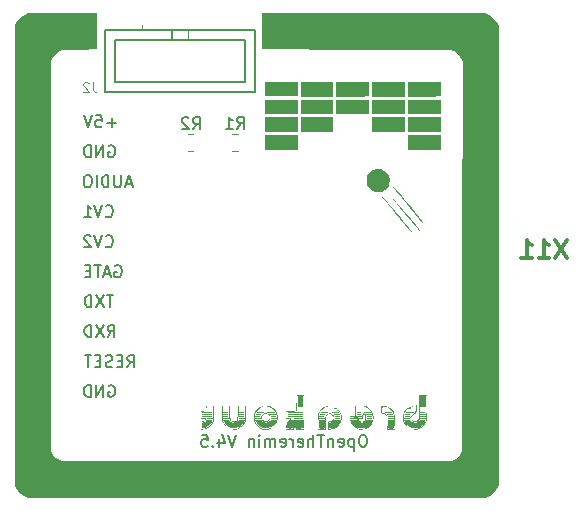
<source format=gbr>
%TF.GenerationSoftware,KiCad,Pcbnew,6.0.11-2627ca5db0~126~ubuntu22.04.1*%
%TF.CreationDate,2025-02-25T14:04:31+01:00*%
%TF.ProjectId,MidiBreakOut,4d696469-4272-4656-916b-4f75742e6b69,rev?*%
%TF.SameCoordinates,Original*%
%TF.FileFunction,Legend,Bot*%
%TF.FilePolarity,Positive*%
%FSLAX46Y46*%
G04 Gerber Fmt 4.6, Leading zero omitted, Abs format (unit mm)*
G04 Created by KiCad (PCBNEW 6.0.11-2627ca5db0~126~ubuntu22.04.1) date 2025-02-25 14:04:31*
%MOMM*%
%LPD*%
G01*
G04 APERTURE LIST*
%ADD10C,0.100000*%
%ADD11C,0.150000*%
%ADD12C,0.300000*%
%ADD13C,0.120000*%
G04 APERTURE END LIST*
D10*
X118461904Y-106561904D02*
X119261904Y-106828571D01*
X118461904Y-107095238D01*
X119261904Y-107780952D02*
X119261904Y-107323809D01*
X119261904Y-107552380D02*
X118461904Y-107552380D01*
X118576190Y-107476190D01*
X118652380Y-107400000D01*
X118690476Y-107323809D01*
X119185714Y-108123809D02*
X119223809Y-108161904D01*
X119261904Y-108123809D01*
X119223809Y-108085714D01*
X119185714Y-108123809D01*
X119261904Y-108123809D01*
X118461904Y-108657142D02*
X118461904Y-108733333D01*
X118500000Y-108809523D01*
X118538095Y-108847619D01*
X118614285Y-108885714D01*
X118766666Y-108923809D01*
X118957142Y-108923809D01*
X119109523Y-108885714D01*
X119185714Y-108847619D01*
X119223809Y-108809523D01*
X119261904Y-108733333D01*
X119261904Y-108657142D01*
X119223809Y-108580952D01*
X119185714Y-108542857D01*
X119109523Y-108504761D01*
X118957142Y-108466666D01*
X118766666Y-108466666D01*
X118614285Y-108504761D01*
X118538095Y-108542857D01*
X118500000Y-108580952D01*
X118461904Y-108657142D01*
X119223809Y-109304761D02*
X119261904Y-109304761D01*
X119338095Y-109266666D01*
X119376190Y-109228571D01*
X118538095Y-110219047D02*
X118500000Y-110257142D01*
X118461904Y-110333333D01*
X118461904Y-110523809D01*
X118500000Y-110600000D01*
X118538095Y-110638095D01*
X118614285Y-110676190D01*
X118690476Y-110676190D01*
X118804761Y-110638095D01*
X119261904Y-110180952D01*
X119261904Y-110676190D01*
X118461904Y-111171428D02*
X118461904Y-111247619D01*
X118500000Y-111323809D01*
X118538095Y-111361904D01*
X118614285Y-111400000D01*
X118766666Y-111438095D01*
X118957142Y-111438095D01*
X119109523Y-111400000D01*
X119185714Y-111361904D01*
X119223809Y-111323809D01*
X119261904Y-111247619D01*
X119261904Y-111171428D01*
X119223809Y-111095238D01*
X119185714Y-111057142D01*
X119109523Y-111019047D01*
X118957142Y-110980952D01*
X118766666Y-110980952D01*
X118614285Y-111019047D01*
X118538095Y-111057142D01*
X118500000Y-111095238D01*
X118461904Y-111171428D01*
X118538095Y-111742857D02*
X118500000Y-111780952D01*
X118461904Y-111857142D01*
X118461904Y-112047619D01*
X118500000Y-112123809D01*
X118538095Y-112161904D01*
X118614285Y-112200000D01*
X118690476Y-112200000D01*
X118804761Y-112161904D01*
X119261904Y-111704761D01*
X119261904Y-112200000D01*
X118461904Y-112923809D02*
X118461904Y-112542857D01*
X118842857Y-112504761D01*
X118804761Y-112542857D01*
X118766666Y-112619047D01*
X118766666Y-112809523D01*
X118804761Y-112885714D01*
X118842857Y-112923809D01*
X118919047Y-112961904D01*
X119109523Y-112961904D01*
X119185714Y-112923809D01*
X119223809Y-112885714D01*
X119261904Y-112809523D01*
X119261904Y-112619047D01*
X119223809Y-112542857D01*
X119185714Y-112504761D01*
D11*
X109085714Y-115152380D02*
X108895238Y-115152380D01*
X108800000Y-115200000D01*
X108704761Y-115295238D01*
X108657142Y-115485714D01*
X108657142Y-115819047D01*
X108704761Y-116009523D01*
X108800000Y-116104761D01*
X108895238Y-116152380D01*
X109085714Y-116152380D01*
X109180952Y-116104761D01*
X109276190Y-116009523D01*
X109323809Y-115819047D01*
X109323809Y-115485714D01*
X109276190Y-115295238D01*
X109180952Y-115200000D01*
X109085714Y-115152380D01*
X108228571Y-115485714D02*
X108228571Y-116485714D01*
X108228571Y-115533333D02*
X108133333Y-115485714D01*
X107942857Y-115485714D01*
X107847619Y-115533333D01*
X107800000Y-115580952D01*
X107752380Y-115676190D01*
X107752380Y-115961904D01*
X107800000Y-116057142D01*
X107847619Y-116104761D01*
X107942857Y-116152380D01*
X108133333Y-116152380D01*
X108228571Y-116104761D01*
X106942857Y-116104761D02*
X107038095Y-116152380D01*
X107228571Y-116152380D01*
X107323809Y-116104761D01*
X107371428Y-116009523D01*
X107371428Y-115628571D01*
X107323809Y-115533333D01*
X107228571Y-115485714D01*
X107038095Y-115485714D01*
X106942857Y-115533333D01*
X106895238Y-115628571D01*
X106895238Y-115723809D01*
X107371428Y-115819047D01*
X106466666Y-115485714D02*
X106466666Y-116152380D01*
X106466666Y-115580952D02*
X106419047Y-115533333D01*
X106323809Y-115485714D01*
X106180952Y-115485714D01*
X106085714Y-115533333D01*
X106038095Y-115628571D01*
X106038095Y-116152380D01*
X105704761Y-115152380D02*
X105133333Y-115152380D01*
X105419047Y-116152380D02*
X105419047Y-115152380D01*
X104800000Y-116152380D02*
X104800000Y-115152380D01*
X104371428Y-116152380D02*
X104371428Y-115628571D01*
X104419047Y-115533333D01*
X104514285Y-115485714D01*
X104657142Y-115485714D01*
X104752380Y-115533333D01*
X104800000Y-115580952D01*
X103514285Y-116104761D02*
X103609523Y-116152380D01*
X103800000Y-116152380D01*
X103895238Y-116104761D01*
X103942857Y-116009523D01*
X103942857Y-115628571D01*
X103895238Y-115533333D01*
X103800000Y-115485714D01*
X103609523Y-115485714D01*
X103514285Y-115533333D01*
X103466666Y-115628571D01*
X103466666Y-115723809D01*
X103942857Y-115819047D01*
X103038095Y-116152380D02*
X103038095Y-115485714D01*
X103038095Y-115676190D02*
X102990476Y-115580952D01*
X102942857Y-115533333D01*
X102847619Y-115485714D01*
X102752380Y-115485714D01*
X102038095Y-116104761D02*
X102133333Y-116152380D01*
X102323809Y-116152380D01*
X102419047Y-116104761D01*
X102466666Y-116009523D01*
X102466666Y-115628571D01*
X102419047Y-115533333D01*
X102323809Y-115485714D01*
X102133333Y-115485714D01*
X102038095Y-115533333D01*
X101990476Y-115628571D01*
X101990476Y-115723809D01*
X102466666Y-115819047D01*
X101561904Y-116152380D02*
X101561904Y-115485714D01*
X101561904Y-115580952D02*
X101514285Y-115533333D01*
X101419047Y-115485714D01*
X101276190Y-115485714D01*
X101180952Y-115533333D01*
X101133333Y-115628571D01*
X101133333Y-116152380D01*
X101133333Y-115628571D02*
X101085714Y-115533333D01*
X100990476Y-115485714D01*
X100847619Y-115485714D01*
X100752380Y-115533333D01*
X100704761Y-115628571D01*
X100704761Y-116152380D01*
X100228571Y-116152380D02*
X100228571Y-115485714D01*
X100228571Y-115152380D02*
X100276190Y-115200000D01*
X100228571Y-115247619D01*
X100180952Y-115200000D01*
X100228571Y-115152380D01*
X100228571Y-115247619D01*
X99752380Y-115485714D02*
X99752380Y-116152380D01*
X99752380Y-115580952D02*
X99704761Y-115533333D01*
X99609523Y-115485714D01*
X99466666Y-115485714D01*
X99371428Y-115533333D01*
X99323809Y-115628571D01*
X99323809Y-116152380D01*
X98228571Y-115152380D02*
X97895238Y-116152380D01*
X97561904Y-115152380D01*
X96800000Y-115485714D02*
X96800000Y-116152380D01*
X97038095Y-115104761D02*
X97276190Y-115819047D01*
X96657142Y-115819047D01*
X96276190Y-116057142D02*
X96228571Y-116104761D01*
X96276190Y-116152380D01*
X96323809Y-116104761D01*
X96276190Y-116057142D01*
X96276190Y-116152380D01*
X95323809Y-115152380D02*
X95800000Y-115152380D01*
X95847619Y-115628571D01*
X95800000Y-115580952D01*
X95704761Y-115533333D01*
X95466666Y-115533333D01*
X95371428Y-115580952D01*
X95323809Y-115628571D01*
X95276190Y-115723809D01*
X95276190Y-115961904D01*
X95323809Y-116057142D01*
X95371428Y-116104761D01*
X95466666Y-116152380D01*
X95704761Y-116152380D01*
X95800000Y-116104761D01*
X95847619Y-116057142D01*
%TO.C,X6*%
X87366666Y-106852380D02*
X87700000Y-106376190D01*
X87938095Y-106852380D02*
X87938095Y-105852380D01*
X87557142Y-105852380D01*
X87461904Y-105900000D01*
X87414285Y-105947619D01*
X87366666Y-106042857D01*
X87366666Y-106185714D01*
X87414285Y-106280952D01*
X87461904Y-106328571D01*
X87557142Y-106376190D01*
X87938095Y-106376190D01*
X87033333Y-105852380D02*
X86366666Y-106852380D01*
X86366666Y-105852380D02*
X87033333Y-106852380D01*
X85985714Y-106852380D02*
X85985714Y-105852380D01*
X85747619Y-105852380D01*
X85604761Y-105900000D01*
X85509523Y-105995238D01*
X85461904Y-106090476D01*
X85414285Y-106280952D01*
X85414285Y-106423809D01*
X85461904Y-106614285D01*
X85509523Y-106709523D01*
X85604761Y-106804761D01*
X85747619Y-106852380D01*
X85985714Y-106852380D01*
%TO.C,X9*%
X82154523Y-92779380D02*
X81487857Y-93779380D01*
X81487857Y-92779380D02*
X82154523Y-93779380D01*
X81059285Y-93779380D02*
X80868809Y-93779380D01*
X80773571Y-93731761D01*
X80725952Y-93684142D01*
X80630714Y-93541285D01*
X80583095Y-93350809D01*
X80583095Y-92969857D01*
X80630714Y-92874619D01*
X80678333Y-92827000D01*
X80773571Y-92779380D01*
X80964047Y-92779380D01*
X81059285Y-92827000D01*
X81106904Y-92874619D01*
X81154523Y-92969857D01*
X81154523Y-93207952D01*
X81106904Y-93303190D01*
X81059285Y-93350809D01*
X80964047Y-93398428D01*
X80773571Y-93398428D01*
X80678333Y-93350809D01*
X80630714Y-93303190D01*
X80583095Y-93207952D01*
X87461904Y-90686000D02*
X87557142Y-90638380D01*
X87700000Y-90638380D01*
X87842857Y-90686000D01*
X87938095Y-90781238D01*
X87985714Y-90876476D01*
X88033333Y-91066952D01*
X88033333Y-91209809D01*
X87985714Y-91400285D01*
X87938095Y-91495523D01*
X87842857Y-91590761D01*
X87700000Y-91638380D01*
X87604761Y-91638380D01*
X87461904Y-91590761D01*
X87414285Y-91543142D01*
X87414285Y-91209809D01*
X87604761Y-91209809D01*
X86985714Y-91638380D02*
X86985714Y-90638380D01*
X86414285Y-91638380D01*
X86414285Y-90638380D01*
X85938095Y-91638380D02*
X85938095Y-90638380D01*
X85700000Y-90638380D01*
X85557142Y-90686000D01*
X85461904Y-90781238D01*
X85414285Y-90876476D01*
X85366666Y-91066952D01*
X85366666Y-91209809D01*
X85414285Y-91400285D01*
X85461904Y-91495523D01*
X85557142Y-91590761D01*
X85700000Y-91638380D01*
X85938095Y-91638380D01*
D12*
%TO.C,X11*%
X126259428Y-98665428D02*
X125243428Y-100189428D01*
X125243428Y-98665428D02*
X126259428Y-100189428D01*
X123864571Y-100189428D02*
X124735428Y-100189428D01*
X124300000Y-100189428D02*
X124300000Y-98665428D01*
X124445142Y-98883142D01*
X124590285Y-99028285D01*
X124735428Y-99100857D01*
X122413142Y-100189428D02*
X123284000Y-100189428D01*
X122848571Y-100189428D02*
X122848571Y-98665428D01*
X122993714Y-98883142D01*
X123138857Y-99028285D01*
X123284000Y-99100857D01*
D11*
%TO.C,X3*%
X87195238Y-96623142D02*
X87242857Y-96670761D01*
X87385714Y-96718380D01*
X87480952Y-96718380D01*
X87623809Y-96670761D01*
X87719047Y-96575523D01*
X87766666Y-96480285D01*
X87814285Y-96289809D01*
X87814285Y-96146952D01*
X87766666Y-95956476D01*
X87719047Y-95861238D01*
X87623809Y-95766000D01*
X87480952Y-95718380D01*
X87385714Y-95718380D01*
X87242857Y-95766000D01*
X87195238Y-95813619D01*
X86909523Y-95718380D02*
X86576190Y-96718380D01*
X86242857Y-95718380D01*
X85385714Y-96718380D02*
X85957142Y-96718380D01*
X85671428Y-96718380D02*
X85671428Y-95718380D01*
X85766666Y-95861238D01*
X85861904Y-95956476D01*
X85957142Y-96004095D01*
%TO.C,X10*%
X87461904Y-111000000D02*
X87557142Y-110952380D01*
X87700000Y-110952380D01*
X87842857Y-111000000D01*
X87938095Y-111095238D01*
X87985714Y-111190476D01*
X88033333Y-111380952D01*
X88033333Y-111523809D01*
X87985714Y-111714285D01*
X87938095Y-111809523D01*
X87842857Y-111904761D01*
X87700000Y-111952380D01*
X87604761Y-111952380D01*
X87461904Y-111904761D01*
X87414285Y-111857142D01*
X87414285Y-111523809D01*
X87604761Y-111523809D01*
X86985714Y-111952380D02*
X86985714Y-110952380D01*
X86414285Y-111952380D01*
X86414285Y-110952380D01*
X85938095Y-111952380D02*
X85938095Y-110952380D01*
X85700000Y-110952380D01*
X85557142Y-111000000D01*
X85461904Y-111095238D01*
X85414285Y-111190476D01*
X85366666Y-111380952D01*
X85366666Y-111523809D01*
X85414285Y-111714285D01*
X85461904Y-111809523D01*
X85557142Y-111904761D01*
X85700000Y-111952380D01*
X85938095Y-111952380D01*
%TO.C,X8*%
X89052380Y-109418380D02*
X89385714Y-108942190D01*
X89623809Y-109418380D02*
X89623809Y-108418380D01*
X89242857Y-108418380D01*
X89147619Y-108466000D01*
X89100000Y-108513619D01*
X89052380Y-108608857D01*
X89052380Y-108751714D01*
X89100000Y-108846952D01*
X89147619Y-108894571D01*
X89242857Y-108942190D01*
X89623809Y-108942190D01*
X88623809Y-108894571D02*
X88290476Y-108894571D01*
X88147619Y-109418380D02*
X88623809Y-109418380D01*
X88623809Y-108418380D01*
X88147619Y-108418380D01*
X87766666Y-109370761D02*
X87623809Y-109418380D01*
X87385714Y-109418380D01*
X87290476Y-109370761D01*
X87242857Y-109323142D01*
X87195238Y-109227904D01*
X87195238Y-109132666D01*
X87242857Y-109037428D01*
X87290476Y-108989809D01*
X87385714Y-108942190D01*
X87576190Y-108894571D01*
X87671428Y-108846952D01*
X87719047Y-108799333D01*
X87766666Y-108704095D01*
X87766666Y-108608857D01*
X87719047Y-108513619D01*
X87671428Y-108466000D01*
X87576190Y-108418380D01*
X87338095Y-108418380D01*
X87195238Y-108466000D01*
X86766666Y-108894571D02*
X86433333Y-108894571D01*
X86290476Y-109418380D02*
X86766666Y-109418380D01*
X86766666Y-108418380D01*
X86290476Y-108418380D01*
X86004761Y-108418380D02*
X85433333Y-108418380D01*
X85719047Y-109418380D02*
X85719047Y-108418380D01*
%TO.C,R1*%
X98337666Y-89226380D02*
X98671000Y-88750190D01*
X98909095Y-89226380D02*
X98909095Y-88226380D01*
X98528142Y-88226380D01*
X98432904Y-88274000D01*
X98385285Y-88321619D01*
X98337666Y-88416857D01*
X98337666Y-88559714D01*
X98385285Y-88654952D01*
X98432904Y-88702571D01*
X98528142Y-88750190D01*
X98909095Y-88750190D01*
X97385285Y-89226380D02*
X97956714Y-89226380D01*
X97671000Y-89226380D02*
X97671000Y-88226380D01*
X97766238Y-88369238D01*
X97861476Y-88464476D01*
X97956714Y-88512095D01*
%TO.C,X4*%
X87861904Y-103338380D02*
X87290476Y-103338380D01*
X87576190Y-104338380D02*
X87576190Y-103338380D01*
X87052380Y-103338380D02*
X86385714Y-104338380D01*
X86385714Y-103338380D02*
X87052380Y-104338380D01*
X86004761Y-104338380D02*
X86004761Y-103338380D01*
X85766666Y-103338380D01*
X85623809Y-103386000D01*
X85528571Y-103481238D01*
X85480952Y-103576476D01*
X85433333Y-103766952D01*
X85433333Y-103909809D01*
X85480952Y-104100285D01*
X85528571Y-104195523D01*
X85623809Y-104290761D01*
X85766666Y-104338380D01*
X86004761Y-104338380D01*
%TO.C,X7*%
X88000000Y-100846000D02*
X88095238Y-100798380D01*
X88238095Y-100798380D01*
X88380952Y-100846000D01*
X88476190Y-100941238D01*
X88523809Y-101036476D01*
X88571428Y-101226952D01*
X88571428Y-101369809D01*
X88523809Y-101560285D01*
X88476190Y-101655523D01*
X88380952Y-101750761D01*
X88238095Y-101798380D01*
X88142857Y-101798380D01*
X88000000Y-101750761D01*
X87952380Y-101703142D01*
X87952380Y-101369809D01*
X88142857Y-101369809D01*
X87571428Y-101512666D02*
X87095238Y-101512666D01*
X87666666Y-101798380D02*
X87333333Y-100798380D01*
X87000000Y-101798380D01*
X86809523Y-100798380D02*
X86238095Y-100798380D01*
X86523809Y-101798380D02*
X86523809Y-100798380D01*
X85904761Y-101274571D02*
X85571428Y-101274571D01*
X85428571Y-101798380D02*
X85904761Y-101798380D01*
X85904761Y-100798380D01*
X85428571Y-100798380D01*
%TO.C,R2*%
X94596666Y-89272380D02*
X94930000Y-88796190D01*
X95168095Y-89272380D02*
X95168095Y-88272380D01*
X94787142Y-88272380D01*
X94691904Y-88320000D01*
X94644285Y-88367619D01*
X94596666Y-88462857D01*
X94596666Y-88605714D01*
X94644285Y-88700952D01*
X94691904Y-88748571D01*
X94787142Y-88796190D01*
X95168095Y-88796190D01*
X94215714Y-88367619D02*
X94168095Y-88320000D01*
X94072857Y-88272380D01*
X93834761Y-88272380D01*
X93739523Y-88320000D01*
X93691904Y-88367619D01*
X93644285Y-88462857D01*
X93644285Y-88558095D01*
X93691904Y-88700952D01*
X94263333Y-89272380D01*
X93644285Y-89272380D01*
%TO.C,X5*%
X87195238Y-99163142D02*
X87242857Y-99210761D01*
X87385714Y-99258380D01*
X87480952Y-99258380D01*
X87623809Y-99210761D01*
X87719047Y-99115523D01*
X87766666Y-99020285D01*
X87814285Y-98829809D01*
X87814285Y-98686952D01*
X87766666Y-98496476D01*
X87719047Y-98401238D01*
X87623809Y-98306000D01*
X87480952Y-98258380D01*
X87385714Y-98258380D01*
X87242857Y-98306000D01*
X87195238Y-98353619D01*
X86909523Y-98258380D02*
X86576190Y-99258380D01*
X86242857Y-98258380D01*
X85957142Y-98353619D02*
X85909523Y-98306000D01*
X85814285Y-98258380D01*
X85576190Y-98258380D01*
X85480952Y-98306000D01*
X85433333Y-98353619D01*
X85385714Y-98448857D01*
X85385714Y-98544095D01*
X85433333Y-98686952D01*
X86004761Y-99258380D01*
X85385714Y-99258380D01*
%TO.C,X1*%
X89399809Y-93892666D02*
X88923619Y-93892666D01*
X89495047Y-94178380D02*
X89161714Y-93178380D01*
X88828380Y-94178380D01*
X88495047Y-93178380D02*
X88495047Y-93987904D01*
X88447428Y-94083142D01*
X88399809Y-94130761D01*
X88304571Y-94178380D01*
X88114095Y-94178380D01*
X88018857Y-94130761D01*
X87971238Y-94083142D01*
X87923619Y-93987904D01*
X87923619Y-93178380D01*
X87447428Y-94178380D02*
X87447428Y-93178380D01*
X87209333Y-93178380D01*
X87066476Y-93226000D01*
X86971238Y-93321238D01*
X86923619Y-93416476D01*
X86876000Y-93606952D01*
X86876000Y-93749809D01*
X86923619Y-93940285D01*
X86971238Y-94035523D01*
X87066476Y-94130761D01*
X87209333Y-94178380D01*
X87447428Y-94178380D01*
X86447428Y-94178380D02*
X86447428Y-93178380D01*
X85780761Y-93178380D02*
X85590285Y-93178380D01*
X85495047Y-93226000D01*
X85399809Y-93321238D01*
X85352190Y-93511714D01*
X85352190Y-93845047D01*
X85399809Y-94035523D01*
X85495047Y-94130761D01*
X85590285Y-94178380D01*
X85780761Y-94178380D01*
X85876000Y-94130761D01*
X85971238Y-94035523D01*
X86018857Y-93845047D01*
X86018857Y-93511714D01*
X85971238Y-93321238D01*
X85876000Y-93226000D01*
X85780761Y-93178380D01*
%TO.C,X2*%
X88085714Y-88717428D02*
X87323809Y-88717428D01*
X87704761Y-89098380D02*
X87704761Y-88336476D01*
X86371428Y-88098380D02*
X86847619Y-88098380D01*
X86895238Y-88574571D01*
X86847619Y-88526952D01*
X86752380Y-88479333D01*
X86514285Y-88479333D01*
X86419047Y-88526952D01*
X86371428Y-88574571D01*
X86323809Y-88669809D01*
X86323809Y-88907904D01*
X86371428Y-89003142D01*
X86419047Y-89050761D01*
X86514285Y-89098380D01*
X86752380Y-89098380D01*
X86847619Y-89050761D01*
X86895238Y-89003142D01*
X86038095Y-88098380D02*
X85704761Y-89098380D01*
X85371428Y-88098380D01*
D13*
%TO.C,J2*%
X86118666Y-85286904D02*
X86118666Y-85858333D01*
X86156761Y-85972619D01*
X86232952Y-86048809D01*
X86347238Y-86086904D01*
X86423428Y-86086904D01*
X85775809Y-85363095D02*
X85737714Y-85325000D01*
X85661523Y-85286904D01*
X85471047Y-85286904D01*
X85394857Y-85325000D01*
X85356761Y-85363095D01*
X85318666Y-85439285D01*
X85318666Y-85515476D01*
X85356761Y-85629761D01*
X85813904Y-86086904D01*
X85318666Y-86086904D01*
%TO.C,X11*%
G36*
X112916406Y-113400237D02*
G01*
X113016005Y-113414740D01*
X113039232Y-113438898D01*
X113002021Y-113457506D01*
X112899991Y-113474677D01*
X112761104Y-113481302D01*
X112648374Y-113476867D01*
X112547765Y-113461537D01*
X112509182Y-113438898D01*
X112542897Y-113418203D01*
X112642294Y-113402437D01*
X112787311Y-113396494D01*
X112916406Y-113400237D01*
G37*
G36*
X98845063Y-113230658D02*
G01*
X98943964Y-113246060D01*
X98982304Y-113269282D01*
X98961514Y-113286733D01*
X98876802Y-113304715D01*
X98749082Y-113311686D01*
X98653101Y-113307906D01*
X98554200Y-113292504D01*
X98515860Y-113269282D01*
X98536650Y-113251831D01*
X98621362Y-113233849D01*
X98749082Y-113226878D01*
X98845063Y-113230658D01*
G37*
G36*
X114193031Y-113570614D02*
G01*
X114293930Y-113585927D01*
X114332555Y-113608514D01*
X114305530Y-113627664D01*
X114213651Y-113644481D01*
X114078130Y-113650918D01*
X113963230Y-113646414D01*
X113862331Y-113631101D01*
X113823706Y-113608514D01*
X113850731Y-113589364D01*
X113942610Y-113572547D01*
X114078130Y-113566110D01*
X114193031Y-113570614D01*
G37*
G36*
X100201991Y-113569890D02*
G01*
X100300892Y-113585292D01*
X100339232Y-113608514D01*
X100318443Y-113625965D01*
X100233731Y-113643947D01*
X100106010Y-113650918D01*
X100010029Y-113647138D01*
X99911128Y-113631736D01*
X99872788Y-113608514D01*
X99893578Y-113591063D01*
X99978290Y-113573081D01*
X100106010Y-113566110D01*
X100201991Y-113569890D01*
G37*
G36*
X106944228Y-113569890D02*
G01*
X107043130Y-113585292D01*
X107081469Y-113608514D01*
X107060680Y-113625965D01*
X106975968Y-113643947D01*
X106848247Y-113650918D01*
X106752266Y-113647138D01*
X106653365Y-113631736D01*
X106615025Y-113608514D01*
X106635815Y-113591063D01*
X106720527Y-113573081D01*
X106848247Y-113566110D01*
X106944228Y-113569890D01*
G37*
G36*
X114332555Y-112802838D02*
G01*
X113823706Y-112802838D01*
X113823706Y-111869950D01*
X114332555Y-111869950D01*
X114332555Y-112802838D01*
G37*
G36*
X113042555Y-113228092D02*
G01*
X113198460Y-113234393D01*
X113274051Y-113247981D01*
X113272454Y-113269282D01*
X113208028Y-113289152D01*
X113093818Y-113303100D01*
X112953418Y-113310144D01*
X112808972Y-113310284D01*
X112682623Y-113303520D01*
X112596514Y-113289853D01*
X112572788Y-113269282D01*
X112584380Y-113261283D01*
X112663892Y-113243809D01*
X112798645Y-113231812D01*
X112967528Y-113227527D01*
X113042555Y-113228092D01*
G37*
G36*
X105498570Y-113701807D02*
G01*
X105586279Y-113709256D01*
X105704800Y-113733433D01*
X105756528Y-113767529D01*
X105743116Y-113797485D01*
X105666613Y-113815145D01*
X105516055Y-113820534D01*
X105466849Y-113820221D01*
X105339742Y-113812848D01*
X105275725Y-113792463D01*
X105258097Y-113754812D01*
X105258992Y-113743122D01*
X105284495Y-113711237D01*
X105358422Y-113698773D01*
X105498570Y-113701807D01*
G37*
G36*
X103826202Y-112941722D02*
G01*
X103827217Y-112941849D01*
X103861090Y-112950494D01*
X103819171Y-112956766D01*
X103710351Y-112959314D01*
X103598810Y-112957160D01*
X103548356Y-112950991D01*
X103571778Y-112942155D01*
X103687916Y-112934798D01*
X103826202Y-112941722D01*
G37*
G36*
X103337031Y-113227027D02*
G01*
X103592362Y-113230816D01*
X103783021Y-113239401D01*
X103902320Y-113252363D01*
X103943573Y-113269282D01*
X103939538Y-113274842D01*
X103873265Y-113290386D01*
X103730581Y-113301963D01*
X103517842Y-113309191D01*
X103241404Y-113311686D01*
X103168294Y-113311553D01*
X102899175Y-113307976D01*
X102707347Y-113299635D01*
X102595280Y-113286686D01*
X102565443Y-113269282D01*
X102573891Y-113263500D01*
X102651676Y-113248427D01*
X102800208Y-113236877D01*
X103009011Y-113229483D01*
X103267611Y-113226878D01*
X103337031Y-113227027D01*
G37*
G36*
X97508005Y-113111338D02*
G01*
X97509020Y-113111465D01*
X97542893Y-113120110D01*
X97500974Y-113126382D01*
X97392154Y-113128930D01*
X97280613Y-113126776D01*
X97230159Y-113120607D01*
X97253581Y-113111771D01*
X97369719Y-113104414D01*
X97508005Y-113111338D01*
G37*
G36*
X113218170Y-113110849D02*
G01*
X113260859Y-113115550D01*
X113256636Y-113121399D01*
X113180258Y-113125448D01*
X113039232Y-113127018D01*
X112937359Y-113126404D01*
X112833382Y-113123203D01*
X112796887Y-113117869D01*
X112836534Y-113111084D01*
X112876613Y-113108161D01*
X113048433Y-113104433D01*
X113218170Y-113110849D01*
G37*
G36*
X103467661Y-88897579D02*
G01*
X103479396Y-89523038D01*
X100676197Y-89523038D01*
X100687932Y-88897579D01*
X100699666Y-88272120D01*
X103455927Y-88272120D01*
X103467661Y-88897579D01*
G37*
G36*
X101265502Y-113228169D02*
G01*
X101423305Y-113235797D01*
X101538559Y-113250246D01*
X101590151Y-113269282D01*
X101568752Y-113289152D01*
X101484745Y-113303100D01*
X101359598Y-113310144D01*
X101215455Y-113310284D01*
X101074460Y-113303520D01*
X100958755Y-113289853D01*
X100890484Y-113269282D01*
X100881289Y-113260832D01*
X100906660Y-113242311D01*
X101010326Y-113231352D01*
X101195411Y-113227527D01*
X101265502Y-113228169D01*
G37*
G36*
X111542772Y-113700320D02*
G01*
X111602682Y-113717356D01*
X111618698Y-113754812D01*
X111617471Y-113767348D01*
X111588530Y-113799733D01*
X111508520Y-113816043D01*
X111360740Y-113820534D01*
X111336396Y-113820359D01*
X111186574Y-113807950D01*
X111117045Y-113781745D01*
X111126611Y-113749890D01*
X111214070Y-113720529D01*
X111378225Y-113701807D01*
X111421172Y-113699780D01*
X111542772Y-113700320D01*
G37*
G36*
X110645738Y-94979993D02*
G01*
X110701342Y-95032946D01*
X110801108Y-95140266D01*
X110938448Y-95294112D01*
X111106772Y-95486645D01*
X111299492Y-95710023D01*
X111510020Y-95956408D01*
X111731767Y-96217958D01*
X111958144Y-96486834D01*
X112182564Y-96755195D01*
X112398437Y-97015202D01*
X112599176Y-97259014D01*
X112778190Y-97478791D01*
X112928893Y-97666692D01*
X113044695Y-97814879D01*
X113119007Y-97915510D01*
X113145242Y-97960745D01*
X113142534Y-97978282D01*
X113107225Y-97996772D01*
X113090909Y-97981427D01*
X113024865Y-97908046D01*
X112914284Y-97780308D01*
X112764869Y-97604950D01*
X112582324Y-97388711D01*
X112372353Y-97138332D01*
X112140660Y-96860549D01*
X111892948Y-96562103D01*
X111737098Y-96373916D01*
X111496772Y-96083837D01*
X111275293Y-95816644D01*
X111078532Y-95579410D01*
X110912360Y-95379211D01*
X110782647Y-95223122D01*
X110695264Y-95118217D01*
X110656083Y-95071572D01*
X110626202Y-95023878D01*
X110636944Y-94975947D01*
X110645738Y-94979993D01*
G37*
G36*
X106987060Y-113698821D02*
G01*
X107060531Y-113718570D01*
X107081469Y-113756928D01*
X107061305Y-113794786D01*
X106988894Y-113814824D01*
X106848247Y-113820534D01*
X106709434Y-113815035D01*
X106635964Y-113795286D01*
X106615025Y-113756928D01*
X106635190Y-113719070D01*
X106707601Y-113699032D01*
X106848247Y-113693322D01*
X106987060Y-113698821D01*
G37*
G36*
X111353917Y-94909617D02*
G01*
X111403249Y-94956694D01*
X111497622Y-95058612D01*
X111630450Y-95207576D01*
X111795145Y-95395790D01*
X111985117Y-95615460D01*
X112193780Y-95858789D01*
X112414546Y-96117982D01*
X112640826Y-96385243D01*
X112866033Y-96652777D01*
X113083579Y-96912789D01*
X113286875Y-97157483D01*
X113469335Y-97379063D01*
X113624369Y-97569734D01*
X113745391Y-97721700D01*
X113825811Y-97827167D01*
X113859043Y-97878337D01*
X113864876Y-97898395D01*
X113860281Y-97919998D01*
X113827678Y-97903611D01*
X113763902Y-97845740D01*
X113665790Y-97742889D01*
X113530178Y-97591563D01*
X113353903Y-97388267D01*
X113133800Y-97129506D01*
X112866706Y-96811785D01*
X112549456Y-96431609D01*
X112361275Y-96204638D01*
X112114168Y-95903696D01*
X111893263Y-95631228D01*
X111703323Y-95393281D01*
X111549111Y-95195897D01*
X111435390Y-95045122D01*
X111366924Y-94946999D01*
X111348475Y-94907574D01*
X111353917Y-94909617D01*
G37*
G36*
X101556637Y-113570614D02*
G01*
X101657536Y-113585927D01*
X101696161Y-113608514D01*
X101669136Y-113627664D01*
X101577257Y-113644481D01*
X101441736Y-113650918D01*
X101326836Y-113646414D01*
X101225937Y-113631101D01*
X101187312Y-113608514D01*
X101214337Y-113589364D01*
X101306216Y-113572547D01*
X101441736Y-113566110D01*
X101556637Y-113570614D01*
G37*
G36*
X110569435Y-92675041D02*
G01*
X110806796Y-92781154D01*
X111015782Y-92950462D01*
X111182871Y-93182360D01*
X111218430Y-93270204D01*
X111254189Y-93467695D01*
X111256150Y-93691756D01*
X111225068Y-93910035D01*
X111161698Y-94090181D01*
X111049635Y-94253576D01*
X110855609Y-94433818D01*
X110633277Y-94557112D01*
X110538941Y-94579746D01*
X110381489Y-94596407D01*
X110210592Y-94598606D01*
X110137190Y-94594987D01*
X109984557Y-94575989D01*
X109866134Y-94534822D01*
X109745332Y-94460638D01*
X109695164Y-94422338D01*
X109553402Y-94290117D01*
X109436076Y-94150869D01*
X109420827Y-94128958D01*
X109360128Y-94029855D01*
X109326013Y-93935138D01*
X109311019Y-93815110D01*
X109307680Y-93640074D01*
X109307685Y-93630349D01*
X109312041Y-93454445D01*
X109329746Y-93329556D01*
X109368502Y-93223519D01*
X109436013Y-93104167D01*
X109606672Y-92894648D01*
X109822319Y-92741927D01*
X110063675Y-92654822D01*
X110317221Y-92632729D01*
X110569435Y-92675041D01*
G37*
G36*
X111625047Y-94159727D02*
G01*
X111683182Y-94220603D01*
X111784563Y-94335371D01*
X111922672Y-94496111D01*
X112090989Y-94694899D01*
X112282994Y-94923814D01*
X112492169Y-95174932D01*
X112711994Y-95440333D01*
X112935950Y-95712093D01*
X113157516Y-95982290D01*
X113370175Y-96243002D01*
X113567406Y-96486307D01*
X113742690Y-96704282D01*
X113889507Y-96889005D01*
X114001339Y-97032553D01*
X114071666Y-97127005D01*
X114093969Y-97164438D01*
X114090775Y-97169331D01*
X114057060Y-97198163D01*
X114048805Y-97191575D01*
X113994755Y-97132842D01*
X113896775Y-97019783D01*
X113761407Y-96860347D01*
X113595193Y-96662483D01*
X113404677Y-96434141D01*
X113196402Y-96183270D01*
X112976910Y-95917818D01*
X112752743Y-95645734D01*
X112530446Y-95374968D01*
X112316561Y-95113469D01*
X112117630Y-94869185D01*
X111940197Y-94650066D01*
X111790804Y-94464061D01*
X111675994Y-94319119D01*
X111602309Y-94223189D01*
X111576294Y-94184219D01*
X111578443Y-94169873D01*
X111615111Y-94152142D01*
X111625047Y-94159727D01*
G37*
G36*
X109540902Y-87996494D02*
G01*
X106742237Y-87996494D01*
X106742237Y-86766778D01*
X109540902Y-86766778D01*
X109540902Y-87996494D01*
G37*
G36*
X111479174Y-113570614D02*
G01*
X111580074Y-113585927D01*
X111618698Y-113608514D01*
X111591673Y-113627664D01*
X111499795Y-113644481D01*
X111364274Y-113650918D01*
X111249374Y-113646414D01*
X111148474Y-113631101D01*
X111109850Y-113608514D01*
X111136875Y-113589364D01*
X111228753Y-113572547D01*
X111364274Y-113566110D01*
X111479174Y-113570614D01*
G37*
G36*
X103943573Y-112802838D02*
G01*
X103477129Y-112802838D01*
X103477129Y-111869950D01*
X103943573Y-111869950D01*
X103943573Y-112802838D01*
G37*
G36*
X103333803Y-113396728D02*
G01*
X103590997Y-113400711D01*
X103782615Y-113409325D01*
X103902269Y-113422183D01*
X103943573Y-113438898D01*
X103939714Y-113444346D01*
X103873998Y-113459934D01*
X103731867Y-113471547D01*
X103519708Y-113478799D01*
X103243907Y-113481302D01*
X103154011Y-113481068D01*
X102896816Y-113477085D01*
X102705199Y-113468471D01*
X102585545Y-113455613D01*
X102544241Y-113438898D01*
X102548100Y-113433450D01*
X102613816Y-113417862D01*
X102755947Y-113406249D01*
X102968106Y-113398997D01*
X103243907Y-113396494D01*
X103333803Y-113396728D01*
G37*
G36*
X112551586Y-89523038D02*
G01*
X109795326Y-89523038D01*
X109795326Y-88250918D01*
X112551586Y-88250918D01*
X112551586Y-89523038D01*
G37*
G36*
X111121397Y-112941850D02*
G01*
X111135157Y-112943804D01*
X111146458Y-112951412D01*
X111085221Y-112956671D01*
X110961436Y-112958539D01*
X110925208Y-112958363D01*
X110820773Y-112955335D01*
X110784444Y-112949370D01*
X110824569Y-112941507D01*
X110830236Y-112940935D01*
X110981172Y-112934730D01*
X111121397Y-112941850D01*
G37*
G36*
X86515526Y-82521427D02*
G01*
X85020785Y-82534503D01*
X84907287Y-82535498D01*
X84533079Y-82538969D01*
X84231741Y-82542533D01*
X83993853Y-82546840D01*
X83809996Y-82552541D01*
X83670750Y-82560288D01*
X83566697Y-82570732D01*
X83488417Y-82584524D01*
X83426491Y-82602316D01*
X83371500Y-82624758D01*
X83314024Y-82652502D01*
X83241131Y-82691717D01*
X82995821Y-82873950D01*
X82795137Y-83102783D01*
X82659133Y-83356650D01*
X82571524Y-83590807D01*
X82582340Y-100051997D01*
X82593156Y-116513188D01*
X82707043Y-116729026D01*
X82789190Y-116863672D01*
X83012283Y-117109410D01*
X83304602Y-117308003D01*
X83483640Y-117403673D01*
X116516361Y-117403673D01*
X116728381Y-117290848D01*
X116865945Y-117207667D01*
X117114539Y-116987202D01*
X117306865Y-116704006D01*
X117406845Y-116513188D01*
X117417661Y-100051997D01*
X117428477Y-83590807D01*
X117337919Y-83348769D01*
X117324231Y-83314083D01*
X117172569Y-83052807D01*
X116954810Y-82826959D01*
X116685977Y-82652577D01*
X116473957Y-82547579D01*
X108470201Y-82536437D01*
X100466444Y-82525296D01*
X100466444Y-79429963D01*
X109911937Y-79441025D01*
X119357429Y-79452087D01*
X119633055Y-79583898D01*
X119936595Y-79771367D01*
X120194529Y-80022040D01*
X120387655Y-80321084D01*
X120502337Y-80554591D01*
X120502337Y-119396661D01*
X120406118Y-119605303D01*
X120288205Y-119820736D01*
X120060984Y-120099202D01*
X119780577Y-120313226D01*
X119451310Y-120458945D01*
X119435954Y-120462038D01*
X119392978Y-120466393D01*
X119323916Y-120470502D01*
X119226671Y-120474369D01*
X119099146Y-120477999D01*
X118939242Y-120481398D01*
X118744864Y-120484571D01*
X118513913Y-120487523D01*
X118244294Y-120490260D01*
X117933907Y-120492785D01*
X117580657Y-120495105D01*
X117182446Y-120497225D01*
X116737177Y-120499150D01*
X116242752Y-120500885D01*
X115697075Y-120502435D01*
X115098048Y-120503805D01*
X114443574Y-120505001D01*
X113731555Y-120506028D01*
X112959896Y-120506891D01*
X112126497Y-120507594D01*
X111229263Y-120508144D01*
X110266095Y-120508545D01*
X109234898Y-120508803D01*
X108133573Y-120508923D01*
X106960023Y-120508909D01*
X105712151Y-120508767D01*
X104387860Y-120508503D01*
X102985053Y-120508121D01*
X101501633Y-120507626D01*
X99935501Y-120507025D01*
X80598381Y-120499165D01*
X80317610Y-120360941D01*
X80028586Y-120179633D01*
X79792171Y-119938921D01*
X79609405Y-119634972D01*
X79497663Y-119396661D01*
X79497663Y-80554591D01*
X79612346Y-80321084D01*
X79800155Y-80028543D01*
X80056700Y-79776609D01*
X80366945Y-79583898D01*
X80642571Y-79452087D01*
X83579049Y-79440103D01*
X86515526Y-79428119D01*
X86515526Y-82521427D01*
G37*
G36*
X112551586Y-86512354D02*
G01*
X109795326Y-86512354D01*
X109795326Y-85240233D01*
X112551586Y-85240233D01*
X112551586Y-86512354D01*
G37*
G36*
X112551586Y-87996494D02*
G01*
X109795326Y-87996494D01*
X109795326Y-86766778D01*
X112551586Y-86766778D01*
X112551586Y-87996494D01*
G37*
G36*
X96151077Y-112941722D02*
G01*
X96152092Y-112941849D01*
X96185965Y-112950494D01*
X96144046Y-112956766D01*
X96035226Y-112959314D01*
X95923684Y-112957160D01*
X95873231Y-112950991D01*
X95896653Y-112942155D01*
X96012791Y-112934798D01*
X96151077Y-112941722D01*
G37*
G36*
X96387273Y-113347537D02*
G01*
X96378264Y-113608409D01*
X96366191Y-113800780D01*
X96349271Y-113939697D01*
X96325722Y-114040208D01*
X96293760Y-114117362D01*
X96134474Y-114351487D01*
X95908832Y-114545274D01*
X95632662Y-114671398D01*
X95523560Y-114694336D01*
X95388565Y-114707373D01*
X95250752Y-114711018D01*
X95250752Y-114377087D01*
X95293156Y-114377087D01*
X95293160Y-114385308D01*
X95294705Y-114527621D01*
X95298498Y-114627447D01*
X95303757Y-114663627D01*
X95316821Y-114660421D01*
X95392018Y-114646124D01*
X95509291Y-114625666D01*
X95638949Y-114597489D01*
X95871588Y-114500597D01*
X96064779Y-114343769D01*
X96147145Y-114247468D01*
X96216275Y-114133574D01*
X96263388Y-113999200D01*
X96292306Y-113828332D01*
X96306852Y-113604953D01*
X96310852Y-113313048D01*
X96310852Y-112718030D01*
X95764032Y-112718030D01*
X95738398Y-113163272D01*
X95293156Y-113188906D01*
X95293156Y-113735726D01*
X95505176Y-113735726D01*
X95535956Y-113735874D01*
X95650080Y-113743123D01*
X95703775Y-113766674D01*
X95717196Y-113813962D01*
X95679857Y-113915571D01*
X95576962Y-114003514D01*
X95428186Y-114058553D01*
X95293156Y-114085559D01*
X95293156Y-114377087D01*
X95250752Y-114377087D01*
X95250752Y-114036397D01*
X95396394Y-114009074D01*
X95400263Y-114008325D01*
X95522586Y-113965154D01*
X95614986Y-113901143D01*
X95649159Y-113860098D01*
X95650485Y-113832907D01*
X95595254Y-113822324D01*
X95469344Y-113820534D01*
X95250752Y-113820534D01*
X95250752Y-113099666D01*
X95674792Y-113099666D01*
X95674792Y-112675626D01*
X96404722Y-112675626D01*
X96388180Y-113313048D01*
X96387940Y-113322287D01*
X96387273Y-113347537D01*
G37*
G36*
X98845063Y-113569890D02*
G01*
X98943964Y-113585292D01*
X98982304Y-113608514D01*
X98961514Y-113625965D01*
X98876802Y-113643947D01*
X98749082Y-113650918D01*
X98653101Y-113647138D01*
X98554200Y-113631736D01*
X98515860Y-113608514D01*
X98536650Y-113591063D01*
X98621362Y-113573081D01*
X98749082Y-113566110D01*
X98845063Y-113569890D01*
G37*
G36*
X103477129Y-87996494D02*
G01*
X100678464Y-87996494D01*
X100678464Y-86766778D01*
X103477129Y-86766778D01*
X103477129Y-87996494D01*
G37*
G36*
X109339483Y-113110585D02*
G01*
X109393304Y-113113917D01*
X109407954Y-113118407D01*
X109348386Y-113121989D01*
X109220964Y-113124361D01*
X109032054Y-113125219D01*
X108900125Y-113124833D01*
X108751315Y-113122937D01*
X108668219Y-113119728D01*
X108657201Y-113115510D01*
X108724625Y-113110585D01*
X108884776Y-113105758D01*
X109123806Y-113105008D01*
X109339483Y-113110585D01*
G37*
G36*
X114409440Y-113135015D02*
G01*
X114406947Y-113452728D01*
X114399860Y-113707331D01*
X114388388Y-113891621D01*
X114372738Y-113998397D01*
X114348304Y-114066639D01*
X114245776Y-114239359D01*
X114098966Y-114409525D01*
X113931516Y-114552024D01*
X113767073Y-114641740D01*
X113756116Y-114645572D01*
X113466256Y-114707303D01*
X113193328Y-114686126D01*
X112936066Y-114581748D01*
X112693201Y-114393878D01*
X112605499Y-114303202D01*
X112488222Y-114146084D01*
X112423777Y-113990483D01*
X112397251Y-113862190D01*
X112394046Y-113683789D01*
X112440948Y-113683789D01*
X112485299Y-113966002D01*
X112581304Y-114175862D01*
X112747262Y-114377220D01*
X112957332Y-114532713D01*
X113190624Y-114622887D01*
X113275258Y-114641123D01*
X113373292Y-114658972D01*
X113447870Y-114660124D01*
X113534282Y-114643472D01*
X113667817Y-114607908D01*
X113857486Y-114527740D01*
X114061436Y-114367363D01*
X114104757Y-114323741D01*
X114186664Y-114229744D01*
X114250268Y-114130826D01*
X114297847Y-114015579D01*
X114331673Y-113872595D01*
X114354023Y-113690467D01*
X114367170Y-113457787D01*
X114373391Y-113163148D01*
X114374959Y-112795141D01*
X114374959Y-111827546D01*
X113781302Y-111827546D01*
X113781302Y-113827058D01*
X113657352Y-113951008D01*
X113545859Y-114037116D01*
X113399666Y-114074958D01*
X113287262Y-114052641D01*
X113152585Y-113965536D01*
X113055393Y-113834025D01*
X113018030Y-113681164D01*
X113036062Y-113578674D01*
X113109267Y-113447083D01*
X113218528Y-113349719D01*
X113341843Y-113311686D01*
X113366725Y-113311117D01*
X113408813Y-113299018D01*
X113431344Y-113257022D01*
X113440403Y-113166829D01*
X113442070Y-113010139D01*
X113442070Y-112708591D01*
X113283055Y-112738399D01*
X113279521Y-112739072D01*
X113124920Y-112780395D01*
X112975626Y-112837059D01*
X112827212Y-112905911D01*
X113420868Y-112961649D01*
X113081636Y-112956901D01*
X112742404Y-112952154D01*
X112609873Y-113150006D01*
X112600407Y-113164349D01*
X112478974Y-113418814D01*
X112440948Y-113683789D01*
X112394046Y-113683789D01*
X112392114Y-113576284D01*
X112458457Y-113311332D01*
X112588737Y-113078703D01*
X112775410Y-112889765D01*
X113010930Y-112755888D01*
X113287756Y-112688441D01*
X113526878Y-112663761D01*
X113526878Y-113008925D01*
X113526553Y-113099837D01*
X113522281Y-113236369D01*
X113509806Y-113313012D01*
X113485083Y-113346631D01*
X113444066Y-113354090D01*
X113338487Y-113370181D01*
X113198959Y-113441574D01*
X113107514Y-113551579D01*
X113066339Y-113674464D01*
X113081099Y-113776062D01*
X113159733Y-113888843D01*
X113203778Y-113931998D01*
X113342382Y-113998998D01*
X113490609Y-113992490D01*
X113624643Y-113911321D01*
X113630004Y-113905908D01*
X113658043Y-113872940D01*
X113679741Y-113831339D01*
X113696206Y-113770226D01*
X113708550Y-113678719D01*
X113717881Y-113545939D01*
X113725309Y-113361004D01*
X113731945Y-113113034D01*
X113738898Y-112791149D01*
X113760100Y-111763940D01*
X114396161Y-111763940D01*
X114407519Y-112795141D01*
X114407523Y-112795480D01*
X114409440Y-113135015D01*
G37*
G36*
X108767601Y-113400274D02*
G01*
X108866502Y-113415676D01*
X108904842Y-113438898D01*
X108884052Y-113456349D01*
X108799340Y-113474331D01*
X108671620Y-113481302D01*
X108575639Y-113477522D01*
X108476737Y-113462120D01*
X108438398Y-113438898D01*
X108459187Y-113421447D01*
X108543899Y-113403465D01*
X108671620Y-113396494D01*
X108767601Y-113400274D01*
G37*
G36*
X114079024Y-113862979D02*
G01*
X114213854Y-113870393D01*
X114275633Y-113900671D01*
X114274748Y-113968274D01*
X114221584Y-114087665D01*
X114209781Y-114110399D01*
X114045327Y-114337315D01*
X113831278Y-114495684D01*
X113569282Y-114584253D01*
X113528451Y-114590892D01*
X113256772Y-114587928D01*
X112997108Y-114507744D01*
X112770081Y-114356225D01*
X112753529Y-114340097D01*
X112672949Y-114239406D01*
X112593666Y-114113524D01*
X112533228Y-113992661D01*
X112509182Y-113907031D01*
X112526056Y-113889859D01*
X112608150Y-113870361D01*
X112739142Y-113862938D01*
X112786535Y-113863352D01*
X112915643Y-113875236D01*
X113006813Y-113913196D01*
X113096315Y-113990150D01*
X113145525Y-114035740D01*
X113257690Y-114100298D01*
X113399666Y-114117362D01*
X113465406Y-114114748D01*
X113589176Y-114080365D01*
X113703018Y-113990150D01*
X113729754Y-113964162D01*
X113816084Y-113899314D01*
X113914140Y-113869879D01*
X114060190Y-113862938D01*
X114079024Y-113862979D01*
G37*
G36*
X100899485Y-113105344D02*
G01*
X101134307Y-113110497D01*
X101148419Y-113111057D01*
X101216400Y-113115355D01*
X101206082Y-113119082D01*
X101123259Y-113122017D01*
X100973725Y-113123940D01*
X100763272Y-113124630D01*
X100734182Y-113124619D01*
X100530939Y-113123765D01*
X100389329Y-113121705D01*
X100315147Y-113118660D01*
X100314185Y-113114850D01*
X100392237Y-113110497D01*
X100399106Y-113110240D01*
X100635815Y-113105259D01*
X100899485Y-113105344D01*
G37*
G36*
X101440695Y-113862939D02*
G01*
X101568639Y-113865073D01*
X101631402Y-113878320D01*
X101647283Y-113913029D01*
X101634584Y-113979549D01*
X101615187Y-114040814D01*
X101508465Y-114222363D01*
X101345624Y-114385809D01*
X101147995Y-114512659D01*
X100936913Y-114584416D01*
X100903033Y-114589840D01*
X100642197Y-114587399D01*
X100394800Y-114513292D01*
X100177043Y-114377257D01*
X100005128Y-114189029D01*
X99895256Y-113958347D01*
X99893116Y-113951008D01*
X99885277Y-113901615D01*
X99909766Y-113875300D01*
X99984072Y-113864822D01*
X100125686Y-113862938D01*
X100277207Y-113868598D01*
X100369474Y-113889078D01*
X100409308Y-113928112D01*
X100432379Y-113965370D01*
X100528910Y-114039870D01*
X100664168Y-114095504D01*
X100806832Y-114117362D01*
X100926086Y-114092011D01*
X101066624Y-113990150D01*
X101098902Y-113958988D01*
X101183490Y-113897314D01*
X101281500Y-113869454D01*
X101428393Y-113862938D01*
X101440695Y-113862939D01*
G37*
G36*
X98864934Y-112941722D02*
G01*
X98865948Y-112941849D01*
X98899821Y-112950494D01*
X98857902Y-112956766D01*
X98749082Y-112959314D01*
X98637541Y-112957160D01*
X98587087Y-112950991D01*
X98610510Y-112942155D01*
X98726648Y-112934798D01*
X98864934Y-112941722D01*
G37*
G36*
X106221981Y-112773452D02*
G01*
X106229272Y-112775551D01*
X106235550Y-112788457D01*
X106169783Y-112794571D01*
X106159741Y-112794629D01*
X106093360Y-112788944D01*
X106094769Y-112775023D01*
X106129612Y-112767244D01*
X106221981Y-112773452D01*
G37*
G36*
X97488135Y-113230658D02*
G01*
X97587036Y-113246060D01*
X97625376Y-113269282D01*
X97604586Y-113286733D01*
X97519874Y-113304715D01*
X97392154Y-113311686D01*
X97296173Y-113307906D01*
X97197272Y-113292504D01*
X97158932Y-113269282D01*
X97179722Y-113251831D01*
X97264434Y-113233849D01*
X97392154Y-113226878D01*
X97488135Y-113230658D01*
G37*
G36*
X114147079Y-113230299D02*
G01*
X114257520Y-113245694D01*
X114311353Y-113269282D01*
X114303649Y-113287763D01*
X114226810Y-113305435D01*
X114080633Y-113311686D01*
X113963556Y-113307113D01*
X113862371Y-113291817D01*
X113823706Y-113269282D01*
X113843688Y-113252069D01*
X113927488Y-113233920D01*
X114054426Y-113226878D01*
X114147079Y-113230299D01*
G37*
G36*
X100405535Y-113228112D02*
G01*
X100561690Y-113234443D01*
X100637503Y-113248026D01*
X100636060Y-113269282D01*
X100608320Y-113280847D01*
X100510108Y-113298403D01*
X100375601Y-113308166D01*
X100228947Y-113310136D01*
X100094296Y-113304311D01*
X99995796Y-113290693D01*
X99957596Y-113269282D01*
X99960780Y-113263111D01*
X100021641Y-113244177D01*
X100149007Y-113231781D01*
X100328631Y-113227527D01*
X100405535Y-113228112D01*
G37*
G36*
X98864934Y-112772106D02*
G01*
X98865948Y-112772233D01*
X98899821Y-112780878D01*
X98857902Y-112787150D01*
X98749082Y-112789698D01*
X98637541Y-112787544D01*
X98587087Y-112781375D01*
X98610510Y-112772539D01*
X98726648Y-112765182D01*
X98864934Y-112772106D01*
G37*
G36*
X98906378Y-113700320D02*
G01*
X98966288Y-113717356D01*
X98982304Y-113754812D01*
X98981078Y-113767348D01*
X98952136Y-113799733D01*
X98872126Y-113816043D01*
X98724346Y-113820534D01*
X98700002Y-113820359D01*
X98550180Y-113807950D01*
X98480651Y-113781745D01*
X98490217Y-113749890D01*
X98577676Y-113720529D01*
X98741831Y-113701807D01*
X98784778Y-113699780D01*
X98906378Y-113700320D01*
G37*
G36*
X97530967Y-113698821D02*
G01*
X97604438Y-113718570D01*
X97625376Y-113756928D01*
X97605211Y-113794786D01*
X97532801Y-113814824D01*
X97392154Y-113820534D01*
X97253341Y-113815035D01*
X97179870Y-113795286D01*
X97158932Y-113756928D01*
X97179096Y-113719070D01*
X97251507Y-113699032D01*
X97392154Y-113693322D01*
X97530967Y-113698821D01*
G37*
G36*
X114193031Y-113400998D02*
G01*
X114293930Y-113416311D01*
X114332555Y-113438898D01*
X114305530Y-113458048D01*
X114213651Y-113474865D01*
X114078130Y-113481302D01*
X113963230Y-113476798D01*
X113862331Y-113461485D01*
X113823706Y-113438898D01*
X113850731Y-113419748D01*
X113942610Y-113402931D01*
X114078130Y-113396494D01*
X114193031Y-113400998D01*
G37*
G36*
X105707724Y-113400237D02*
G01*
X105807324Y-113414740D01*
X105830551Y-113438898D01*
X105793340Y-113457506D01*
X105691309Y-113474677D01*
X105552423Y-113481302D01*
X105439693Y-113476867D01*
X105339084Y-113461537D01*
X105300501Y-113438898D01*
X105334215Y-113418203D01*
X105433613Y-113402437D01*
X105578630Y-113396494D01*
X105707724Y-113400237D01*
G37*
G36*
X97488135Y-113400274D02*
G01*
X97587036Y-113415676D01*
X97625376Y-113438898D01*
X97604586Y-113456349D01*
X97519874Y-113474331D01*
X97392154Y-113481302D01*
X97296173Y-113477522D01*
X97197272Y-113462120D01*
X97158932Y-113438898D01*
X97179722Y-113421447D01*
X97264434Y-113403465D01*
X97392154Y-113396494D01*
X97488135Y-113400274D01*
G37*
G36*
X109540902Y-85848024D02*
G01*
X109540626Y-85933026D01*
X109537435Y-86142213D01*
X109531234Y-86314411D01*
X109522730Y-86433680D01*
X109512632Y-86484084D01*
X109493954Y-86488196D01*
X109400836Y-86494714D01*
X109239241Y-86500511D01*
X109019430Y-86505382D01*
X108751663Y-86509117D01*
X108446200Y-86511510D01*
X108113300Y-86512354D01*
X106742237Y-86512354D01*
X106742237Y-85240233D01*
X109540902Y-85240233D01*
X109540902Y-85848024D01*
G37*
G36*
X105833874Y-113228092D02*
G01*
X105989778Y-113234393D01*
X106065370Y-113247981D01*
X106063773Y-113269282D01*
X105999347Y-113289152D01*
X105885137Y-113303100D01*
X105744737Y-113310144D01*
X105600291Y-113310284D01*
X105473942Y-113303520D01*
X105387833Y-113289853D01*
X105364107Y-113269282D01*
X105375699Y-113261283D01*
X105455211Y-113243809D01*
X105589964Y-113231812D01*
X105758847Y-113227527D01*
X105833874Y-113228092D01*
G37*
G36*
X100836672Y-112773452D02*
G01*
X100843963Y-112775551D01*
X100850241Y-112788457D01*
X100784474Y-112794571D01*
X100774432Y-112794629D01*
X100708051Y-112788944D01*
X100709460Y-112775023D01*
X100744303Y-112767244D01*
X100836672Y-112773452D01*
G37*
G36*
X106487813Y-87996494D02*
G01*
X103731553Y-87996494D01*
X103731553Y-86766778D01*
X106487813Y-86766778D01*
X106487813Y-87996494D01*
G37*
G36*
X108873984Y-112772234D02*
G01*
X108887745Y-112774188D01*
X108899046Y-112781796D01*
X108837809Y-112787055D01*
X108714024Y-112788923D01*
X108677795Y-112788747D01*
X108573361Y-112785719D01*
X108537032Y-112779754D01*
X108577156Y-112771891D01*
X108582823Y-112771319D01*
X108733759Y-112765114D01*
X108873984Y-112772234D01*
G37*
G36*
X105762889Y-114204479D02*
G01*
X105763464Y-114247970D01*
X105761733Y-114407118D01*
X105754517Y-114528331D01*
X105743028Y-114588200D01*
X105718299Y-114602727D01*
X105627123Y-114617380D01*
X105498129Y-114617694D01*
X105279299Y-114605008D01*
X105254795Y-113862938D01*
X105756682Y-113862938D01*
X105762889Y-114204479D01*
G37*
G36*
X113385532Y-112774568D02*
G01*
X113392166Y-112787323D01*
X113357262Y-112802838D01*
X113334814Y-112799778D01*
X113328993Y-112774568D01*
X113335208Y-112769494D01*
X113385532Y-112774568D01*
G37*
G36*
X111025042Y-114711018D02*
G01*
X111025042Y-114147999D01*
X111024694Y-114041255D01*
X111018689Y-113801304D01*
X111001523Y-113629115D01*
X110968428Y-113512290D01*
X110914638Y-113438428D01*
X110835385Y-113395132D01*
X110725901Y-113370004D01*
X110558598Y-113343251D01*
X110558598Y-113014858D01*
X110643406Y-113014858D01*
X110643568Y-113084641D01*
X110647481Y-113211648D01*
X110661446Y-113279524D01*
X110691759Y-113306721D01*
X110744718Y-113311686D01*
X110839257Y-113332936D01*
X110946137Y-113392609D01*
X110947716Y-113393888D01*
X110987435Y-113431262D01*
X111015597Y-113478019D01*
X111034940Y-113549239D01*
X111048203Y-113660001D01*
X111058126Y-113825386D01*
X111067446Y-114060472D01*
X111088648Y-114647412D01*
X111668962Y-114672668D01*
X111653739Y-114045182D01*
X111653343Y-114029043D01*
X111644946Y-113771241D01*
X111633292Y-113581883D01*
X111616506Y-113445449D01*
X111592713Y-113346422D01*
X111560041Y-113269282D01*
X111538805Y-113230819D01*
X111386604Y-113023831D01*
X111206551Y-112873085D01*
X111012447Y-112787740D01*
X110818095Y-112776953D01*
X110756094Y-112785465D01*
X110714771Y-112784165D01*
X110749416Y-112762414D01*
X110789951Y-112743406D01*
X110805080Y-112726080D01*
X110738815Y-112721010D01*
X110719955Y-112720801D01*
X110677602Y-112730816D01*
X110654666Y-112771033D01*
X110645236Y-112859648D01*
X110643406Y-113014858D01*
X110558598Y-113014858D01*
X110558598Y-112675626D01*
X110738815Y-112676040D01*
X110904905Y-112699660D01*
X111106489Y-112768104D01*
X111295507Y-112865903D01*
X111435849Y-112977443D01*
X111514641Y-113072189D01*
X111591968Y-113200382D01*
X111645643Y-113350104D01*
X111679448Y-113537065D01*
X111697164Y-113776979D01*
X111702575Y-114085559D01*
X111703449Y-114672668D01*
X111703506Y-114711018D01*
X111025042Y-114711018D01*
G37*
G36*
X109896333Y-113721169D02*
G01*
X109852205Y-114013663D01*
X109736190Y-114261364D01*
X109547783Y-114465042D01*
X109286478Y-114625471D01*
X109129341Y-114679178D01*
X108869505Y-114703478D01*
X108605231Y-114661610D01*
X108363044Y-114555583D01*
X108292395Y-114507356D01*
X108095131Y-114310132D01*
X107959071Y-114067214D01*
X107911182Y-113862938D01*
X107929550Y-113862938D01*
X108188977Y-113862938D01*
X108284233Y-113864404D01*
X108407191Y-113878665D01*
X108498847Y-113917005D01*
X108593290Y-113990150D01*
X108600810Y-113996639D01*
X108767311Y-114092090D01*
X108941031Y-114113690D01*
X109103407Y-114062859D01*
X109235877Y-113941017D01*
X109238562Y-113937332D01*
X109294253Y-113892252D01*
X109389335Y-113869329D01*
X109546164Y-113862938D01*
X109559584Y-113862943D01*
X109694175Y-113865305D01*
X109762922Y-113877061D01*
X109783434Y-113905610D01*
X109773325Y-113958347D01*
X109741125Y-114040843D01*
X109630616Y-114215185D01*
X109480696Y-114375577D01*
X109317522Y-114491426D01*
X109211722Y-114535384D01*
X108988555Y-114583231D01*
X108757525Y-114587799D01*
X108557225Y-114546301D01*
X108551139Y-114543925D01*
X108404029Y-114458062D01*
X108254095Y-114327739D01*
X108127948Y-114179618D01*
X108052200Y-114040358D01*
X108039297Y-114004314D01*
X108005346Y-113936949D01*
X107983751Y-113933977D01*
X107982897Y-113984725D01*
X108023580Y-114095780D01*
X108102195Y-114226424D01*
X108204057Y-114353564D01*
X108314485Y-114454109D01*
X108362444Y-114485587D01*
X108529129Y-114568375D01*
X108697056Y-114623157D01*
X108732085Y-114630680D01*
X108847876Y-114654079D01*
X108923616Y-114661251D01*
X108994484Y-114652708D01*
X109095660Y-114628963D01*
X109123213Y-114621874D01*
X109378716Y-114513965D01*
X109581487Y-114351384D01*
X109728265Y-114147290D01*
X109815790Y-113914841D01*
X109840799Y-113667196D01*
X109800033Y-113417514D01*
X109690229Y-113178954D01*
X109508127Y-112964675D01*
X109351839Y-112846959D01*
X109180365Y-112771045D01*
X108971696Y-112730435D01*
X108703423Y-112718266D01*
X108395994Y-112718030D01*
X108395994Y-113566110D01*
X108650418Y-113566110D01*
X108765318Y-113570614D01*
X108866218Y-113585927D01*
X108904842Y-113608514D01*
X108900517Y-113618019D01*
X108841440Y-113641513D01*
X108735226Y-113650918D01*
X108697205Y-113651999D01*
X108603228Y-113666768D01*
X108565610Y-113693322D01*
X108574365Y-113705994D01*
X108642628Y-113727304D01*
X108756428Y-113735726D01*
X108947246Y-113735726D01*
X108947246Y-113523706D01*
X108949719Y-113447363D01*
X108963002Y-113349832D01*
X108983931Y-113311686D01*
X108986449Y-113311858D01*
X109045771Y-113339357D01*
X109132345Y-113399572D01*
X109146953Y-113410672D01*
X109215994Y-113449958D01*
X109244074Y-113441976D01*
X109276940Y-113418655D01*
X109368380Y-113402883D01*
X109491206Y-113396862D01*
X109618029Y-113400752D01*
X109721465Y-113414710D01*
X109774124Y-113438898D01*
X109763396Y-113458476D01*
X109680952Y-113475358D01*
X109528737Y-113481302D01*
X109257144Y-113481302D01*
X109261210Y-113675769D01*
X109259469Y-113720546D01*
X109256472Y-113797654D01*
X109223303Y-113890582D01*
X109146300Y-113972597D01*
X109135692Y-113981389D01*
X109024792Y-114047757D01*
X108921573Y-114074958D01*
X108861418Y-114069101D01*
X108730261Y-114027534D01*
X108615418Y-113960619D01*
X108550877Y-113885708D01*
X108548355Y-113879975D01*
X108519483Y-113856111D01*
X108618089Y-113856111D01*
X108634319Y-113903329D01*
X108733120Y-113967859D01*
X108733623Y-113968119D01*
X108836354Y-114015613D01*
X108907885Y-114025200D01*
X108989650Y-114002471D01*
X109060585Y-113964833D01*
X109157274Y-113856812D01*
X109204419Y-113720546D01*
X109195531Y-113581883D01*
X109124124Y-113466672D01*
X109058567Y-113414424D01*
X109014566Y-113409647D01*
X108994450Y-113471331D01*
X108989650Y-113608514D01*
X108989650Y-113820534D01*
X108798832Y-113820534D01*
X108683618Y-113828021D01*
X108618089Y-113856111D01*
X108519483Y-113856111D01*
X108505557Y-113844601D01*
X108411190Y-113825963D01*
X108248910Y-113820534D01*
X108184409Y-113820042D01*
X108055839Y-113812359D01*
X107990290Y-113792532D01*
X107971954Y-113756928D01*
X107975032Y-113738642D01*
X108023630Y-113703825D01*
X108141570Y-113693322D01*
X108417196Y-113693322D01*
X108425861Y-113704782D01*
X108485807Y-113735726D01*
X108500065Y-113732459D01*
X108502004Y-113693322D01*
X108493338Y-113681862D01*
X108433392Y-113650918D01*
X108419134Y-113654185D01*
X108417196Y-113693322D01*
X108141570Y-113693322D01*
X108179591Y-113692241D01*
X108273567Y-113677471D01*
X108311186Y-113650918D01*
X108302430Y-113638246D01*
X108234167Y-113616936D01*
X108120368Y-113608514D01*
X108048380Y-113609233D01*
X107967019Y-113620452D01*
X107935081Y-113657501D01*
X107929550Y-113735726D01*
X107929550Y-113862938D01*
X107911182Y-113862938D01*
X107895828Y-113797446D01*
X107876644Y-113566110D01*
X108311186Y-113566110D01*
X108311186Y-112675626D01*
X108715386Y-112675626D01*
X108849165Y-112677555D01*
X109088272Y-112697308D01*
X109275128Y-112743738D01*
X109430817Y-112823388D01*
X109576421Y-112942800D01*
X109608439Y-112974354D01*
X109775925Y-113187647D01*
X109869052Y-113420297D01*
X109894138Y-113667196D01*
X109896792Y-113693322D01*
X109896333Y-113721169D01*
G37*
G36*
X97508005Y-112941722D02*
G01*
X97509020Y-112941849D01*
X97542893Y-112950494D01*
X97500974Y-112956766D01*
X97392154Y-112959314D01*
X97280613Y-112957160D01*
X97230159Y-112950991D01*
X97253581Y-112942155D01*
X97369719Y-112934798D01*
X97508005Y-112941722D01*
G37*
G36*
X95936033Y-113567495D02*
G01*
X96113483Y-113575380D01*
X96227900Y-113589381D01*
X96268448Y-113608514D01*
X96253212Y-113620698D01*
X96166481Y-113636830D01*
X96012466Y-113647232D01*
X95802004Y-113650918D01*
X95667974Y-113649533D01*
X95490524Y-113641648D01*
X95376107Y-113627647D01*
X95335560Y-113608514D01*
X95350796Y-113596329D01*
X95437526Y-113580198D01*
X95591541Y-113569796D01*
X95802004Y-113566110D01*
X95936033Y-113567495D01*
G37*
G36*
X106939082Y-113401634D02*
G01*
X107042491Y-113416788D01*
X107081469Y-113438898D01*
X107055120Y-113457873D01*
X106964045Y-113474808D01*
X106829548Y-113481302D01*
X106716326Y-113476974D01*
X106604801Y-113461586D01*
X106551419Y-113438898D01*
X106563589Y-113418863D01*
X106648486Y-113402311D01*
X106803341Y-113396494D01*
X106939082Y-113401634D01*
G37*
G36*
X103826202Y-113111338D02*
G01*
X103827217Y-113111465D01*
X103861090Y-113120110D01*
X103819171Y-113126382D01*
X103710351Y-113128930D01*
X103598810Y-113126776D01*
X103548356Y-113120607D01*
X103571778Y-113111771D01*
X103687916Y-113104414D01*
X103826202Y-113111338D01*
G37*
G36*
X103477129Y-85848024D02*
G01*
X103476848Y-85932938D01*
X103473593Y-86142223D01*
X103467265Y-86314577D01*
X103458587Y-86434042D01*
X103448282Y-86484662D01*
X103430983Y-86488576D01*
X103339726Y-86494573D01*
X103179798Y-86499264D01*
X102961508Y-86502516D01*
X102695164Y-86504198D01*
X102391075Y-86504180D01*
X102059551Y-86502330D01*
X100699666Y-86491152D01*
X100687932Y-85865693D01*
X100676197Y-85240233D01*
X103477129Y-85240233D01*
X103477129Y-85848024D01*
G37*
G36*
X95936033Y-113228263D02*
G01*
X96113483Y-113236148D01*
X96227900Y-113250149D01*
X96268448Y-113269282D01*
X96253212Y-113281466D01*
X96166481Y-113297598D01*
X96012466Y-113308000D01*
X95802004Y-113311686D01*
X95667974Y-113310301D01*
X95490524Y-113302416D01*
X95376107Y-113288415D01*
X95335560Y-113269282D01*
X95350796Y-113257097D01*
X95437526Y-113240966D01*
X95591541Y-113230564D01*
X95802004Y-113226878D01*
X95936033Y-113228263D01*
G37*
G36*
X96020246Y-113871206D02*
G01*
X96253018Y-113884140D01*
X96218974Y-114014784D01*
X96213849Y-114031856D01*
X96141898Y-114165352D01*
X96023073Y-114309099D01*
X95881721Y-114437124D01*
X95742188Y-114523451D01*
X95615617Y-114562793D01*
X95473373Y-114582146D01*
X95335560Y-114583806D01*
X95335560Y-114355885D01*
X95337404Y-114241361D01*
X95350972Y-114161308D01*
X95387815Y-114123085D01*
X95459458Y-114103183D01*
X95461678Y-114102725D01*
X95578268Y-114052557D01*
X95685415Y-113968338D01*
X95717278Y-113935801D01*
X95787394Y-113887114D01*
X95877759Y-113868665D01*
X96020246Y-113871206D01*
G37*
G36*
X107115360Y-114096868D02*
G01*
X106964395Y-114330815D01*
X106941945Y-114356360D01*
X106716058Y-114548869D01*
X106445684Y-114671398D01*
X106336581Y-114694336D01*
X106201586Y-114707373D01*
X106063773Y-114711018D01*
X106063773Y-114041992D01*
X106206366Y-114015242D01*
X106354893Y-113957161D01*
X106459160Y-113851568D01*
X106503319Y-113719513D01*
X106481168Y-113580338D01*
X106386506Y-113453389D01*
X106380341Y-113448161D01*
X106233822Y-113367628D01*
X106090691Y-113370983D01*
X105955836Y-113458172D01*
X105950316Y-113463717D01*
X105910069Y-113509133D01*
X105882592Y-113560112D01*
X105865453Y-113632504D01*
X105856221Y-113742156D01*
X105852465Y-113904918D01*
X105851753Y-114136637D01*
X105851753Y-114711018D01*
X105173289Y-114711018D01*
X105173352Y-114668614D01*
X105207915Y-114668614D01*
X105480363Y-114668614D01*
X105613589Y-114665178D01*
X105726931Y-114654965D01*
X105781080Y-114640345D01*
X105782709Y-114637812D01*
X105793114Y-114576032D01*
X105801578Y-114448846D01*
X105807268Y-114273180D01*
X105809349Y-114065963D01*
X105810013Y-113855071D01*
X105813847Y-113693570D01*
X105823479Y-113585296D01*
X105841536Y-113513843D01*
X105870645Y-113462803D01*
X105913432Y-113415768D01*
X106009096Y-113345649D01*
X106167239Y-113305314D01*
X106326244Y-113337853D01*
X106462842Y-113442151D01*
X106499681Y-113490407D01*
X106567126Y-113649052D01*
X106550101Y-113803337D01*
X106448671Y-113951008D01*
X106441817Y-113957732D01*
X106324992Y-114042319D01*
X106215449Y-114074958D01*
X106195238Y-114075143D01*
X106144869Y-114083925D01*
X106118305Y-114119973D01*
X106107942Y-114202467D01*
X106106177Y-114350584D01*
X106106177Y-114626210D01*
X106466611Y-114611954D01*
X106307596Y-114595320D01*
X106148581Y-114578687D01*
X106148581Y-114368883D01*
X106150333Y-114266734D01*
X106167324Y-114184920D01*
X106217658Y-114136071D01*
X106319434Y-114090718D01*
X106358294Y-114073614D01*
X106468136Y-114007875D01*
X106532946Y-113942647D01*
X106541872Y-113927886D01*
X106590612Y-113887893D01*
X106679798Y-113868199D01*
X106831395Y-113862938D01*
X106847354Y-113862945D01*
X106981150Y-113865343D01*
X107049236Y-113877136D01*
X107069115Y-113905684D01*
X107058290Y-113958347D01*
X107010863Y-114077615D01*
X106864993Y-114291031D01*
X106663692Y-114461737D01*
X106638615Y-114477811D01*
X106539166Y-114547225D01*
X106507123Y-114580646D01*
X106543406Y-114574193D01*
X106648934Y-114523986D01*
X106778557Y-114434223D01*
X106935360Y-114270917D01*
X107059667Y-114079465D01*
X107114493Y-113902250D01*
X107131808Y-113685771D01*
X107111522Y-113468114D01*
X107053907Y-113286657D01*
X106975459Y-113131284D01*
X106233389Y-113127921D01*
X105491319Y-113124557D01*
X106201586Y-113111110D01*
X106484590Y-113103633D01*
X106691513Y-113092601D01*
X106826436Y-113076882D01*
X106895770Y-113055303D01*
X106905925Y-113026688D01*
X106863312Y-112989863D01*
X106856166Y-112987027D01*
X106779562Y-112976249D01*
X106639532Y-112967354D01*
X106453241Y-112961199D01*
X106237853Y-112958640D01*
X105660935Y-112957417D01*
X106212187Y-112933133D01*
X106763439Y-112908848D01*
X106615025Y-112825469D01*
X106597127Y-112815835D01*
X106382251Y-112747668D01*
X106138706Y-112738463D01*
X105891453Y-112783892D01*
X105665457Y-112879625D01*
X105485678Y-113021332D01*
X105471182Y-113037435D01*
X105384100Y-113145488D01*
X105321007Y-113255208D01*
X105277630Y-113383214D01*
X105249701Y-113546128D01*
X105232946Y-113760568D01*
X105223097Y-114043155D01*
X105207915Y-114668614D01*
X105173352Y-114668614D01*
X105174220Y-114085559D01*
X105177489Y-113839382D01*
X105192130Y-113585496D01*
X105222013Y-113388072D01*
X105270923Y-113231396D01*
X105342639Y-113099758D01*
X105440946Y-112977443D01*
X105532701Y-112896301D01*
X105731511Y-112782770D01*
X105961724Y-112705340D01*
X106190985Y-112676971D01*
X106404839Y-112699096D01*
X106656014Y-112788228D01*
X106866745Y-112934413D01*
X107031365Y-113125528D01*
X107144205Y-113349453D01*
X107199597Y-113594066D01*
X107196799Y-113685771D01*
X107191871Y-113847245D01*
X107115360Y-114096868D01*
G37*
G36*
X112838562Y-113569782D02*
G01*
X112937309Y-113585184D01*
X112975626Y-113608514D01*
X112947920Y-113627837D01*
X112855240Y-113644537D01*
X112718700Y-113650918D01*
X112608673Y-113647761D01*
X112510547Y-113633277D01*
X112487980Y-113608514D01*
X112516878Y-113591874D01*
X112612108Y-113573325D01*
X112744907Y-113566110D01*
X112838562Y-113569782D01*
G37*
G36*
X111618698Y-114216305D02*
G01*
X111618324Y-114272152D01*
X111612910Y-114429573D01*
X111602401Y-114546125D01*
X111588524Y-114599846D01*
X111564558Y-114609571D01*
X111473202Y-114619176D01*
X111344701Y-114617514D01*
X111131052Y-114605008D01*
X111116668Y-113862938D01*
X111618698Y-113862938D01*
X111618698Y-114216305D01*
G37*
G36*
X101698115Y-114095716D02*
G01*
X101560880Y-114330254D01*
X101364019Y-114519208D01*
X101113192Y-114650518D01*
X100881858Y-114705400D01*
X100623787Y-114701175D01*
X100387293Y-114632262D01*
X100178891Y-114508916D01*
X100005093Y-114341388D01*
X99872411Y-114139933D01*
X99787360Y-113914803D01*
X99758339Y-113690819D01*
X99830384Y-113690819D01*
X99855375Y-113925788D01*
X99953512Y-114180677D01*
X100122950Y-114391428D01*
X100360434Y-114552749D01*
X100585808Y-114626589D01*
X100850135Y-114638964D01*
X101112519Y-114583501D01*
X101348759Y-114462411D01*
X101513659Y-114303987D01*
X101643760Y-114082459D01*
X101714897Y-113831959D01*
X101721217Y-113573989D01*
X101656871Y-113330052D01*
X101635696Y-113284150D01*
X101482702Y-113041676D01*
X101290019Y-112872978D01*
X101052068Y-112774385D01*
X100763272Y-112742229D01*
X100649739Y-112745596D01*
X100441475Y-112781888D01*
X100266840Y-112868370D01*
X100094797Y-113017837D01*
X100075585Y-113037855D01*
X99932196Y-113228453D01*
X99854045Y-113436987D01*
X99830384Y-113690819D01*
X99758339Y-113690819D01*
X99756451Y-113676251D01*
X99786198Y-113434531D01*
X99883114Y-113199895D01*
X100053711Y-112982598D01*
X100272082Y-112811227D01*
X100531704Y-112701667D01*
X100813538Y-112673840D01*
X101118787Y-112727457D01*
X101164013Y-112743555D01*
X101337627Y-112844994D01*
X101506467Y-112994630D01*
X101645361Y-113167292D01*
X101729137Y-113337808D01*
X101771072Y-113538134D01*
X101770947Y-113573989D01*
X101770066Y-113827656D01*
X101698115Y-114095716D01*
G37*
G36*
X109658085Y-113569890D02*
G01*
X109756986Y-113585292D01*
X109795326Y-113608514D01*
X109774536Y-113625965D01*
X109689824Y-113643947D01*
X109562104Y-113650918D01*
X109466123Y-113647138D01*
X109367222Y-113631736D01*
X109328882Y-113608514D01*
X109349672Y-113591063D01*
X109434383Y-113573081D01*
X109562104Y-113566110D01*
X109658085Y-113569890D01*
G37*
G36*
X115604675Y-91049582D02*
G01*
X112806010Y-91049582D01*
X112806010Y-89777462D01*
X115604675Y-89777462D01*
X115604675Y-91049582D01*
G37*
G36*
X109393528Y-113227796D02*
G01*
X109560136Y-113234460D01*
X109670548Y-113248823D01*
X109710518Y-113269282D01*
X109700674Y-113280847D01*
X109629628Y-113298403D01*
X109510228Y-113308166D01*
X109366621Y-113310136D01*
X109222957Y-113304311D01*
X109103385Y-113290693D01*
X109032054Y-113269282D01*
X109022806Y-113260678D01*
X109048964Y-113242247D01*
X109153494Y-113231337D01*
X109339483Y-113227527D01*
X109393528Y-113227796D01*
G37*
G36*
X100244823Y-113698821D02*
G01*
X100318294Y-113718570D01*
X100339232Y-113756928D01*
X100319068Y-113794786D01*
X100246657Y-113814824D01*
X100106010Y-113820534D01*
X99967197Y-113815035D01*
X99893726Y-113795286D01*
X99872788Y-113756928D01*
X99892953Y-113719070D01*
X99965363Y-113699032D01*
X100106010Y-113693322D01*
X100244823Y-113698821D01*
G37*
G36*
X111225182Y-113110849D02*
G01*
X111267871Y-113115550D01*
X111263647Y-113121399D01*
X111187270Y-113125448D01*
X111046244Y-113127018D01*
X110944370Y-113126404D01*
X110840394Y-113123203D01*
X110803898Y-113117869D01*
X110843546Y-113111084D01*
X110883625Y-113108161D01*
X111055445Y-113104433D01*
X111225182Y-113110849D01*
G37*
G36*
X111433907Y-113401634D02*
G01*
X111537316Y-113416788D01*
X111576294Y-113438898D01*
X111549944Y-113457873D01*
X111458870Y-113474808D01*
X111324373Y-113481302D01*
X111211150Y-113476974D01*
X111099626Y-113461586D01*
X111046244Y-113438898D01*
X111058414Y-113418863D01*
X111143311Y-113402311D01*
X111298165Y-113396494D01*
X111433907Y-113401634D01*
G37*
G36*
X114194742Y-88260940D02*
G01*
X115583473Y-88272120D01*
X115595207Y-88897579D01*
X115606942Y-89523038D01*
X112806010Y-89523038D01*
X112806010Y-88249759D01*
X114194742Y-88260940D01*
G37*
G36*
X101620234Y-113700320D02*
G01*
X101680145Y-113717356D01*
X101696161Y-113754812D01*
X101694934Y-113767348D01*
X101665992Y-113799733D01*
X101585982Y-113816043D01*
X101438203Y-113820534D01*
X101413859Y-113820359D01*
X101264036Y-113807950D01*
X101194508Y-113781745D01*
X101204073Y-113749890D01*
X101291533Y-113720529D01*
X101455688Y-113701807D01*
X101498634Y-113699780D01*
X101620234Y-113700320D01*
G37*
G36*
X114215944Y-113111395D02*
G01*
X114224238Y-113112495D01*
X114246498Y-113120599D01*
X114194627Y-113126326D01*
X114078130Y-113128497D01*
X114060689Y-113128462D01*
X113951606Y-113125791D01*
X113908313Y-113119709D01*
X113940317Y-113111395D01*
X114067253Y-113104377D01*
X114215944Y-113111395D01*
G37*
G36*
X103477129Y-91049582D02*
G01*
X100678464Y-91049582D01*
X100678464Y-89777462D01*
X103477129Y-89777462D01*
X103477129Y-91049582D01*
G37*
G36*
X101072262Y-113931318D02*
G01*
X100954090Y-114023742D01*
X100813454Y-114071737D01*
X100652117Y-114049502D01*
X100500278Y-113945699D01*
X100420353Y-113854248D01*
X100387733Y-113767305D01*
X100393495Y-113648871D01*
X100394991Y-113637720D01*
X100458337Y-113637720D01*
X100461677Y-113781192D01*
X100533584Y-113905024D01*
X100563011Y-113931250D01*
X100703792Y-114001495D01*
X100848171Y-114004011D01*
X100976108Y-113946609D01*
X101067566Y-113837099D01*
X101102504Y-113683290D01*
X101090236Y-113609585D01*
X101020457Y-113485726D01*
X100911350Y-113391520D01*
X100788766Y-113354090D01*
X100782238Y-113354267D01*
X100675900Y-113385260D01*
X100567752Y-113453389D01*
X100521499Y-113501912D01*
X100458337Y-113637720D01*
X100394991Y-113637720D01*
X100415970Y-113481302D01*
X100141877Y-113481302D01*
X100016430Y-113477669D01*
X99917097Y-113463167D01*
X99893990Y-113438898D01*
X99940959Y-113415102D01*
X100041860Y-113400093D01*
X100167997Y-113396089D01*
X100291991Y-113402709D01*
X100386465Y-113419569D01*
X100424040Y-113446290D01*
X100424524Y-113450779D01*
X100456193Y-113452862D01*
X100522182Y-113403886D01*
X100526651Y-113399784D01*
X100662855Y-113328641D01*
X100828168Y-113314477D01*
X100987400Y-113360570D01*
X101066614Y-113382856D01*
X101204811Y-113397889D01*
X101366248Y-113400129D01*
X101496360Y-113399090D01*
X101614787Y-113411205D01*
X101653757Y-113439671D01*
X101638246Y-113460073D01*
X101551455Y-113476316D01*
X101385270Y-113474319D01*
X101116783Y-113460100D01*
X101132130Y-113650918D01*
X101131193Y-113683290D01*
X101127424Y-113813495D01*
X101072262Y-113931318D01*
G37*
G36*
X98912757Y-114021953D02*
G01*
X98840340Y-114163602D01*
X98664986Y-114370931D01*
X98439293Y-114517546D01*
X98176628Y-114593075D01*
X98116181Y-114598488D01*
X97875596Y-114574162D01*
X97644229Y-114486068D01*
X97440591Y-114346124D01*
X97283196Y-114166245D01*
X97190553Y-113958347D01*
X97182890Y-113905420D01*
X97205592Y-113876691D01*
X97276906Y-113865094D01*
X97414921Y-113862938D01*
X97568436Y-113869566D01*
X97663033Y-113893659D01*
X97718380Y-113941017D01*
X97723801Y-113948495D01*
X97858137Y-114066948D01*
X98021485Y-114114322D01*
X98195283Y-114089195D01*
X98360967Y-113990150D01*
X98386750Y-113968024D01*
X98484683Y-113901136D01*
X98590333Y-113870361D01*
X98741915Y-113862938D01*
X98977977Y-113862938D01*
X98912757Y-114021953D01*
G37*
G36*
X112766874Y-113693634D02*
G01*
X112893981Y-113701008D01*
X112957999Y-113721393D01*
X112975626Y-113759044D01*
X112974731Y-113770734D01*
X112949229Y-113802619D01*
X112875301Y-113815083D01*
X112735153Y-113812049D01*
X112710566Y-113810575D01*
X112555899Y-113790083D01*
X112478076Y-113759967D01*
X112478297Y-113728372D01*
X112557761Y-113703442D01*
X112717669Y-113693322D01*
X112766874Y-113693634D01*
G37*
G36*
X115604675Y-85848024D02*
G01*
X115604399Y-85933026D01*
X115601208Y-86142213D01*
X115595007Y-86314411D01*
X115586503Y-86433680D01*
X115576405Y-86484084D01*
X115557727Y-86488196D01*
X115464609Y-86494714D01*
X115303014Y-86500511D01*
X115083203Y-86505382D01*
X114815436Y-86509117D01*
X114509973Y-86511510D01*
X114177073Y-86512354D01*
X112806010Y-86512354D01*
X112806010Y-85240233D01*
X115604675Y-85240233D01*
X115604675Y-85848024D01*
G37*
G36*
X95936033Y-113397879D02*
G01*
X96113483Y-113405764D01*
X96227900Y-113419765D01*
X96268448Y-113438898D01*
X96253212Y-113451082D01*
X96166481Y-113467214D01*
X96012466Y-113477616D01*
X95802004Y-113481302D01*
X95667974Y-113479917D01*
X95490524Y-113472032D01*
X95376107Y-113458031D01*
X95335560Y-113438898D01*
X95350796Y-113426713D01*
X95437526Y-113410582D01*
X95591541Y-113400180D01*
X95802004Y-113396494D01*
X95936033Y-113397879D01*
G37*
G36*
X106487813Y-86512354D02*
G01*
X103731553Y-86512354D01*
X103731553Y-85240233D01*
X106487813Y-85240233D01*
X106487813Y-86512354D01*
G37*
G36*
X96151077Y-112772106D02*
G01*
X96152092Y-112772233D01*
X96185965Y-112780878D01*
X96144046Y-112787150D01*
X96035226Y-112789698D01*
X95923684Y-112787544D01*
X95873231Y-112781375D01*
X95896653Y-112772539D01*
X96012791Y-112765182D01*
X96151077Y-112772106D01*
G37*
G36*
X105627421Y-113570614D02*
G01*
X105728321Y-113585927D01*
X105766945Y-113608514D01*
X105739920Y-113627664D01*
X105648042Y-113644481D01*
X105512521Y-113650918D01*
X105397621Y-113646414D01*
X105296721Y-113631101D01*
X105258097Y-113608514D01*
X105285122Y-113589364D01*
X105377000Y-113572547D01*
X105512521Y-113566110D01*
X105627421Y-113570614D01*
G37*
G36*
X103759888Y-113696690D02*
G01*
X103871928Y-113705643D01*
X103928160Y-113724841D01*
X103943573Y-113756928D01*
X103936807Y-113778754D01*
X103899504Y-113799419D01*
X103817612Y-113811571D01*
X103677748Y-113816899D01*
X103466528Y-113817090D01*
X103375931Y-113816342D01*
X103203335Y-113813467D01*
X103101302Y-113807731D01*
X103059644Y-113797339D01*
X103068171Y-113780493D01*
X103116695Y-113755397D01*
X103116870Y-113755316D01*
X103228325Y-113725012D01*
X103396545Y-113703816D01*
X103593740Y-113695235D01*
X103759888Y-113696690D01*
G37*
G36*
X109212271Y-112941058D02*
G01*
X109241032Y-112942924D01*
X109274263Y-112948110D01*
X109231806Y-112952296D01*
X109120516Y-112955094D01*
X108947246Y-112956113D01*
X108883607Y-112955997D01*
X108730042Y-112954348D01*
X108640720Y-112951049D01*
X108622494Y-112946489D01*
X108682221Y-112941058D01*
X108790359Y-112936784D01*
X109010642Y-112935151D01*
X109212271Y-112941058D01*
G37*
G36*
X98864934Y-113111338D02*
G01*
X98865948Y-113111465D01*
X98899821Y-113120110D01*
X98857902Y-113126382D01*
X98749082Y-113128930D01*
X98637541Y-113126776D01*
X98587087Y-113120607D01*
X98610510Y-113111771D01*
X98726648Y-113104414D01*
X98864934Y-113111338D01*
G37*
G36*
X109700917Y-113698821D02*
G01*
X109774388Y-113718570D01*
X109795326Y-113756928D01*
X109775161Y-113794786D01*
X109702751Y-113814824D01*
X109562104Y-113820534D01*
X109423291Y-113815035D01*
X109349820Y-113795286D01*
X109328882Y-113756928D01*
X109349046Y-113719070D01*
X109421457Y-113699032D01*
X109562104Y-113693322D01*
X109700917Y-113698821D01*
G37*
G36*
X106487813Y-89523038D02*
G01*
X103731553Y-89523038D01*
X103731553Y-88250918D01*
X106487813Y-88250918D01*
X106487813Y-89523038D01*
G37*
G36*
X97508005Y-112772106D02*
G01*
X97509020Y-112772233D01*
X97542893Y-112780878D01*
X97500974Y-112787150D01*
X97392154Y-112789698D01*
X97280613Y-112787544D01*
X97230159Y-112781375D01*
X97253581Y-112772539D01*
X97369719Y-112765182D01*
X97508005Y-112772106D01*
G37*
G36*
X114215944Y-112941779D02*
G01*
X114224238Y-112942879D01*
X114246498Y-112950983D01*
X114194627Y-112956710D01*
X114078130Y-112958881D01*
X114060689Y-112958846D01*
X113951606Y-112956175D01*
X113908313Y-112950093D01*
X113940317Y-112941779D01*
X114067253Y-112934761D01*
X114215944Y-112941779D01*
G37*
G36*
X99083220Y-113563629D02*
G01*
X99077841Y-113744053D01*
X99067008Y-113874494D01*
X99048461Y-113972445D01*
X99019942Y-114055402D01*
X98979190Y-114140856D01*
X98856195Y-114325947D01*
X98648878Y-114519216D01*
X98404444Y-114648762D01*
X98132628Y-114704399D01*
X97862380Y-114683650D01*
X97609602Y-114592891D01*
X97388097Y-114439252D01*
X97211665Y-114229862D01*
X97094108Y-113971853D01*
X97060235Y-113798274D01*
X97038939Y-113544140D01*
X97033805Y-113313048D01*
X97116528Y-113313048D01*
X97119586Y-113574615D01*
X97132696Y-113805162D01*
X97159728Y-113981338D01*
X97204506Y-114119166D01*
X97270855Y-114234668D01*
X97362600Y-114343867D01*
X97368557Y-114350041D01*
X97491673Y-114454842D01*
X97626371Y-114541247D01*
X97666493Y-114560218D01*
X97872030Y-114623010D01*
X98093615Y-114648082D01*
X98288651Y-114629742D01*
X98440530Y-114576324D01*
X98669675Y-114431473D01*
X98854719Y-114231591D01*
X98976448Y-113994423D01*
X98978828Y-113986628D01*
X98996733Y-113881076D01*
X99011312Y-113714636D01*
X99021118Y-113508574D01*
X99024708Y-113284156D01*
X99024708Y-112718030D01*
X98473456Y-112718030D01*
X98473456Y-113199348D01*
X98473208Y-113267569D01*
X98465027Y-113529124D01*
X98442831Y-113721822D01*
X98403298Y-113858249D01*
X98343109Y-113950993D01*
X98258944Y-114012640D01*
X98123725Y-114063102D01*
X97959890Y-114059004D01*
X97807958Y-113972722D01*
X97790543Y-113957644D01*
X97747925Y-113915434D01*
X97718748Y-113866771D01*
X97699945Y-113795989D01*
X97688447Y-113687421D01*
X97681186Y-113525399D01*
X97675095Y-113294258D01*
X97661209Y-112718030D01*
X97116528Y-112718030D01*
X97116528Y-113313048D01*
X97033805Y-113313048D01*
X97031720Y-113219182D01*
X97031720Y-112675626D01*
X97752588Y-112675626D01*
X97752588Y-113243382D01*
X97753004Y-113350219D01*
X97760020Y-113596943D01*
X97779273Y-113774049D01*
X97815362Y-113892576D01*
X97872883Y-113963568D01*
X97956436Y-113998066D01*
X98070618Y-114007112D01*
X98116400Y-114006051D01*
X98218690Y-113989000D01*
X98292101Y-113942523D01*
X98341217Y-113855586D01*
X98370624Y-113717154D01*
X98384906Y-113516193D01*
X98388648Y-113241667D01*
X98388648Y-112672196D01*
X99088314Y-112696828D01*
X99085552Y-113284156D01*
X99085390Y-113318500D01*
X99083220Y-113563629D01*
G37*
G36*
X96151077Y-113111338D02*
G01*
X96152092Y-113111465D01*
X96185965Y-113120110D01*
X96144046Y-113126382D01*
X96035226Y-113128930D01*
X95923684Y-113126776D01*
X95873231Y-113120607D01*
X95896653Y-113111771D01*
X96012791Y-113104414D01*
X96151077Y-113111338D01*
G37*
G36*
X101049499Y-112941009D02*
G01*
X101091513Y-112943667D01*
X101115225Y-112948481D01*
X101064026Y-112952343D01*
X100944509Y-112954911D01*
X100763272Y-112955843D01*
X100665346Y-112955603D01*
X100514146Y-112953810D01*
X100427966Y-112950553D01*
X100413400Y-112946172D01*
X100477045Y-112941009D01*
X100610763Y-112936420D01*
X100840697Y-112935272D01*
X101049499Y-112941009D01*
G37*
G36*
X106679672Y-113227796D02*
G01*
X106846279Y-113234460D01*
X106956691Y-113248823D01*
X106996661Y-113269282D01*
X106986817Y-113280847D01*
X106915772Y-113298403D01*
X106796371Y-113308166D01*
X106652765Y-113310136D01*
X106509101Y-113304311D01*
X106389529Y-113290693D01*
X106318197Y-113269282D01*
X106308950Y-113260678D01*
X106335107Y-113242247D01*
X106439637Y-113231337D01*
X106625626Y-113227527D01*
X106679672Y-113227796D01*
G37*
G36*
X111188040Y-113228169D02*
G01*
X111345843Y-113235797D01*
X111461097Y-113250246D01*
X111512688Y-113269282D01*
X111491290Y-113289152D01*
X111407282Y-113303100D01*
X111282135Y-113310144D01*
X111137993Y-113310284D01*
X110996997Y-113303520D01*
X110881293Y-113289853D01*
X110813022Y-113269282D01*
X110803827Y-113260832D01*
X110829198Y-113242311D01*
X110932864Y-113231352D01*
X111117948Y-113227527D01*
X111188040Y-113228169D01*
G37*
G36*
X97488135Y-113569890D02*
G01*
X97587036Y-113585292D01*
X97625376Y-113608514D01*
X97604586Y-113625965D01*
X97519874Y-113643947D01*
X97392154Y-113650918D01*
X97296173Y-113647138D01*
X97197272Y-113631736D01*
X97158932Y-113608514D01*
X97179722Y-113591063D01*
X97264434Y-113573081D01*
X97392154Y-113566110D01*
X97488135Y-113569890D01*
G37*
G36*
X115604675Y-87996494D02*
G01*
X112806010Y-87996494D01*
X112806010Y-86766778D01*
X115604675Y-86766778D01*
X115604675Y-87996494D01*
G37*
G36*
X103349917Y-114711018D02*
G01*
X103349917Y-114492426D01*
X103348776Y-114377166D01*
X103339875Y-114314136D01*
X103315000Y-114309674D01*
X103265938Y-114349834D01*
X103265761Y-114349994D01*
X103198693Y-114445547D01*
X103155209Y-114568426D01*
X103128458Y-114711018D01*
X102459433Y-114711018D01*
X102459669Y-114594407D01*
X102473911Y-114444382D01*
X102549477Y-114196735D01*
X102676988Y-113979549D01*
X102802661Y-113820534D01*
X102459433Y-113820534D01*
X102459433Y-113735726D01*
X102501837Y-113735726D01*
X102713857Y-113735726D01*
X102790192Y-113738086D01*
X102887728Y-113750763D01*
X102925877Y-113770738D01*
X102925149Y-113775441D01*
X102889183Y-113831023D01*
X102815740Y-113908551D01*
X102714812Y-114025094D01*
X102625243Y-114172437D01*
X102568041Y-114316087D01*
X102557145Y-114428047D01*
X102565550Y-114467420D01*
X102574941Y-114478348D01*
X102580870Y-114408381D01*
X102594550Y-114346957D01*
X102647102Y-114223514D01*
X102724458Y-114090351D01*
X102862271Y-113884140D01*
X103404591Y-113872260D01*
X103946912Y-113860379D01*
X103934641Y-114232694D01*
X103922371Y-114605008D01*
X103477129Y-114630642D01*
X103477129Y-114395204D01*
X103476326Y-114318138D01*
X103467301Y-114216958D01*
X103442672Y-114170765D01*
X103395583Y-114159766D01*
X103374015Y-114162455D01*
X103277731Y-114211504D01*
X103173843Y-114302793D01*
X103087885Y-114410789D01*
X103045390Y-114509959D01*
X103043146Y-114523489D01*
X103017794Y-114576578D01*
X102953429Y-114604327D01*
X102827173Y-114618067D01*
X102794124Y-114619614D01*
X102647406Y-114610342D01*
X102555252Y-114575663D01*
X102541016Y-114564119D01*
X102502753Y-114542896D01*
X102508921Y-114583806D01*
X102546793Y-114621197D01*
X102643945Y-114646173D01*
X102812645Y-114659951D01*
X102887055Y-114663118D01*
X103006631Y-114664568D01*
X103068614Y-114652479D01*
X103091927Y-114620250D01*
X103095493Y-114561280D01*
X103116035Y-114482280D01*
X103175256Y-114382318D01*
X103253955Y-114290974D01*
X103332648Y-114230484D01*
X103391852Y-114223082D01*
X103406313Y-114244357D01*
X103426714Y-114332565D01*
X103434725Y-114459097D01*
X103434725Y-114668614D01*
X103985977Y-114668614D01*
X103985977Y-111827546D01*
X103436878Y-111827546D01*
X103425201Y-112495409D01*
X103413523Y-113163272D01*
X102957680Y-113175307D01*
X102501837Y-113187343D01*
X102501837Y-113735726D01*
X102459433Y-113735726D01*
X102459433Y-113099666D01*
X103347763Y-113099666D01*
X103371119Y-111763940D01*
X104028381Y-111739170D01*
X104028381Y-114711018D01*
X103349917Y-114711018D01*
G37*
G36*
X98845063Y-113400274D02*
G01*
X98943964Y-113415676D01*
X98982304Y-113438898D01*
X98961514Y-113456349D01*
X98876802Y-113474331D01*
X98749082Y-113481302D01*
X98653101Y-113477522D01*
X98554200Y-113462120D01*
X98515860Y-113438898D01*
X98536650Y-113421447D01*
X98621362Y-113403465D01*
X98749082Y-113396494D01*
X98845063Y-113400274D01*
G37*
G36*
X108767601Y-113230658D02*
G01*
X108866502Y-113246060D01*
X108904842Y-113269282D01*
X108884052Y-113286733D01*
X108799340Y-113304715D01*
X108671620Y-113311686D01*
X108575639Y-113307906D01*
X108476737Y-113292504D01*
X108438398Y-113269282D01*
X108459187Y-113251831D01*
X108543899Y-113233849D01*
X108671620Y-113226878D01*
X108767601Y-113230658D01*
G37*
G36*
X114117712Y-113694526D02*
G01*
X114254245Y-113710849D01*
X114317868Y-113744544D01*
X114303132Y-113793417D01*
X114275697Y-113803738D01*
X114181561Y-113815824D01*
X114049861Y-113820534D01*
X113920246Y-113815502D01*
X113845185Y-113795806D01*
X113823706Y-113756928D01*
X113843058Y-113719553D01*
X113914630Y-113699146D01*
X114054426Y-113693322D01*
X114117712Y-113694526D01*
G37*
G36*
X96172688Y-113698522D02*
G01*
X96247168Y-113718239D01*
X96268448Y-113756928D01*
X96268010Y-113764114D01*
X96241541Y-113798135D01*
X96162649Y-113815604D01*
X96015354Y-113820534D01*
X95944276Y-113819924D01*
X95834679Y-113812406D01*
X95787335Y-113792852D01*
X95786669Y-113756928D01*
X95807303Y-113730068D01*
X95888647Y-113701943D01*
X96039762Y-113693322D01*
X96172688Y-113698522D01*
G37*
G36*
X103333803Y-113566344D02*
G01*
X103590997Y-113570327D01*
X103782615Y-113578941D01*
X103902269Y-113591799D01*
X103943573Y-113608514D01*
X103939714Y-113613962D01*
X103873998Y-113629550D01*
X103731867Y-113641163D01*
X103519708Y-113648415D01*
X103243907Y-113650918D01*
X103154011Y-113650684D01*
X102896816Y-113646701D01*
X102705199Y-113638087D01*
X102585545Y-113625229D01*
X102544241Y-113608514D01*
X102548100Y-113603066D01*
X102613816Y-113587478D01*
X102755947Y-113575865D01*
X102968106Y-113568613D01*
X103243907Y-113566110D01*
X103333803Y-113566344D01*
G37*
%TO.C,R1*%
X98398064Y-89689000D02*
X97943936Y-89689000D01*
X98398064Y-91159000D02*
X97943936Y-91159000D01*
%TO.C,R2*%
X94157436Y-91159000D02*
X94611564Y-91159000D01*
X94157436Y-89689000D02*
X94611564Y-89689000D01*
%TO.C,J2*%
X90300000Y-80410000D02*
X90300000Y-80900000D01*
X94200000Y-80900000D02*
X94200000Y-81700000D01*
D11*
X92800000Y-80900000D02*
X92800000Y-81700000D01*
X87150000Y-80900000D02*
X99850000Y-80900000D01*
X99850000Y-80900000D02*
X99850000Y-86100000D01*
X99850000Y-86100000D02*
X87150000Y-86100000D01*
X87150000Y-86100000D02*
X87150000Y-80900000D01*
X88000000Y-81700000D02*
X99000000Y-81700000D01*
X99000000Y-81700000D02*
X99000000Y-85300000D01*
X99000000Y-85300000D02*
X88000000Y-85300000D01*
X88000000Y-85300000D02*
X88000000Y-81700000D01*
%TD*%
M02*

</source>
